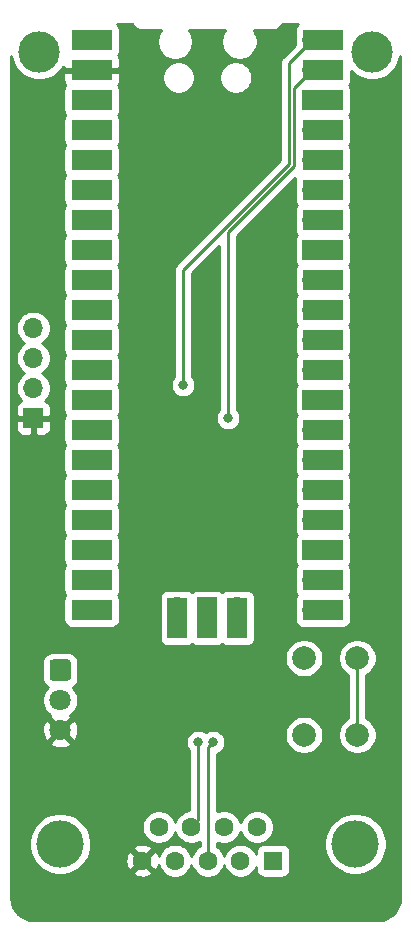
<source format=gbr>
%TF.GenerationSoftware,KiCad,Pcbnew,(5.1.10)-1*%
%TF.CreationDate,2022-01-15T14:59:42+11:00*%
%TF.ProjectId,BKM-10Rp2040 v2,424b4d2d-3130-4527-9032-303430207632,rev?*%
%TF.SameCoordinates,Original*%
%TF.FileFunction,Copper,L2,Bot*%
%TF.FilePolarity,Positive*%
%FSLAX46Y46*%
G04 Gerber Fmt 4.6, Leading zero omitted, Abs format (unit mm)*
G04 Created by KiCad (PCBNEW (5.1.10)-1) date 2022-01-15 14:59:42*
%MOMM*%
%LPD*%
G01*
G04 APERTURE LIST*
%TA.AperFunction,ComponentPad*%
%ADD10C,3.500000*%
%TD*%
%TA.AperFunction,SMDPad,CuDef*%
%ADD11O,1.700000X1.700000*%
%TD*%
%TA.AperFunction,SMDPad,CuDef*%
%ADD12R,1.700000X3.500000*%
%TD*%
%TA.AperFunction,SMDPad,CuDef*%
%ADD13R,1.700000X1.700000*%
%TD*%
%TA.AperFunction,SMDPad,CuDef*%
%ADD14R,3.500000X1.700000*%
%TD*%
%TA.AperFunction,ComponentPad*%
%ADD15O,1.700000X1.700000*%
%TD*%
%TA.AperFunction,ComponentPad*%
%ADD16R,1.700000X1.700000*%
%TD*%
%TA.AperFunction,ComponentPad*%
%ADD17C,1.800000*%
%TD*%
%TA.AperFunction,ComponentPad*%
%ADD18C,2.000000*%
%TD*%
%TA.AperFunction,ComponentPad*%
%ADD19C,4.000000*%
%TD*%
%TA.AperFunction,ComponentPad*%
%ADD20C,1.600000*%
%TD*%
%TA.AperFunction,ComponentPad*%
%ADD21R,1.600000X1.600000*%
%TD*%
%TA.AperFunction,ViaPad*%
%ADD22C,0.800000*%
%TD*%
%TA.AperFunction,Conductor*%
%ADD23C,0.250000*%
%TD*%
%TA.AperFunction,Conductor*%
%ADD24C,0.254000*%
%TD*%
%TA.AperFunction,Conductor*%
%ADD25C,0.100000*%
%TD*%
G04 APERTURE END LIST*
D10*
%TO.P,H1,1*%
%TO.N,N/C*%
X141732000Y-69342000D03*
%TD*%
%TO.P,H1,1*%
%TO.N,GND*%
X113538000Y-69342000D03*
%TD*%
D11*
%TO.P,U2,43*%
%TO.N,Net-(U2-Pad43)*%
X125222000Y-116356000D03*
D12*
X125222000Y-117256000D03*
D13*
%TO.P,U2,42*%
%TO.N,Net-(U2-Pad42)*%
X127762000Y-116356000D03*
D12*
X127762000Y-117256000D03*
D11*
%TO.P,U2,41*%
%TO.N,Net-(U2-Pad41)*%
X130302000Y-116356000D03*
D12*
X130302000Y-117256000D03*
D14*
%TO.P,U2,21*%
%TO.N,Net-(U2-Pad21)*%
X117972000Y-116586000D03*
%TO.P,U2,22*%
%TO.N,Net-(U2-Pad22)*%
X117972000Y-114046000D03*
%TO.P,U2,23*%
%TO.N,GND*%
X117972000Y-111506000D03*
%TO.P,U2,24*%
%TO.N,Net-(U2-Pad24)*%
X117972000Y-108966000D03*
%TO.P,U2,25*%
%TO.N,Net-(U2-Pad25)*%
X117972000Y-106426000D03*
%TO.P,U2,26*%
%TO.N,Net-(U2-Pad26)*%
X117972000Y-103886000D03*
%TO.P,U2,27*%
%TO.N,Net-(U2-Pad27)*%
X117972000Y-101346000D03*
%TO.P,U2,28*%
%TO.N,GND*%
X117972000Y-98806000D03*
%TO.P,U2,29*%
%TO.N,Net-(U2-Pad29)*%
X117972000Y-96266000D03*
%TO.P,U2,30*%
%TO.N,Net-(U2-Pad30)*%
X117972000Y-93726000D03*
%TO.P,U2,31*%
%TO.N,Net-(U2-Pad31)*%
X117972000Y-91186000D03*
%TO.P,U2,32*%
%TO.N,Net-(U2-Pad32)*%
X117972000Y-88646000D03*
%TO.P,U2,33*%
%TO.N,Net-(U2-Pad33)*%
X117972000Y-86106000D03*
%TO.P,U2,34*%
%TO.N,Net-(U2-Pad34)*%
X117972000Y-83566000D03*
%TO.P,U2,35*%
%TO.N,Net-(U2-Pad35)*%
X117972000Y-81026000D03*
%TO.P,U2,36*%
%TO.N,Net-(U2-Pad36)*%
X117972000Y-78486000D03*
%TO.P,U2,37*%
%TO.N,Net-(U2-Pad37)*%
X117972000Y-75946000D03*
%TO.P,U2,38*%
%TO.N,GND*%
X117972000Y-73406000D03*
%TO.P,U2,39*%
%TO.N,+5V*%
X117972000Y-70866000D03*
%TO.P,U2,40*%
%TO.N,Net-(U2-Pad40)*%
X117972000Y-68326000D03*
%TO.P,U2,20*%
%TO.N,Net-(U2-Pad20)*%
X137552000Y-116586000D03*
%TO.P,U2,19*%
%TO.N,Net-(U2-Pad19)*%
X137552000Y-114046000D03*
%TO.P,U2,18*%
%TO.N,GND*%
X137552000Y-111506000D03*
%TO.P,U2,17*%
%TO.N,Net-(U2-Pad17)*%
X137552000Y-108966000D03*
%TO.P,U2,16*%
%TO.N,Net-(U2-Pad16)*%
X137552000Y-106426000D03*
%TO.P,U2,15*%
%TO.N,Net-(U2-Pad15)*%
X137552000Y-103886000D03*
%TO.P,U2,14*%
%TO.N,Net-(U2-Pad14)*%
X137552000Y-101346000D03*
%TO.P,U2,13*%
%TO.N,GND*%
X137552000Y-98806000D03*
%TO.P,U2,12*%
%TO.N,Net-(U2-Pad12)*%
X137552000Y-96266000D03*
%TO.P,U2,11*%
%TO.N,Net-(U2-Pad11)*%
X137552000Y-93726000D03*
%TO.P,U2,10*%
%TO.N,~RE~*%
X137552000Y-91186000D03*
%TO.P,U2,9*%
%TO.N,DE*%
X137552000Y-88646000D03*
%TO.P,U2,8*%
%TO.N,GND*%
X137552000Y-86106000D03*
%TO.P,U2,7*%
%TO.N,SCL*%
X137552000Y-83566000D03*
%TO.P,U2,6*%
%TO.N,SDA*%
X137552000Y-81026000D03*
%TO.P,U2,5*%
%TO.N,IR*%
X137552000Y-78486000D03*
%TO.P,U2,4*%
%TO.N,LEARN*%
X137552000Y-75946000D03*
%TO.P,U2,3*%
%TO.N,GND*%
X137552000Y-73406000D03*
%TO.P,U2,2*%
%TO.N,RX*%
X137552000Y-70866000D03*
%TO.P,U2,1*%
%TO.N,TX*%
X137552000Y-68326000D03*
D15*
%TO.P,U2,40*%
%TO.N,Net-(U2-Pad40)*%
X118872000Y-68326000D03*
%TO.P,U2,39*%
%TO.N,+5V*%
X118872000Y-70866000D03*
D16*
%TO.P,U2,38*%
%TO.N,GND*%
X118872000Y-73406000D03*
D15*
%TO.P,U2,37*%
%TO.N,Net-(U2-Pad37)*%
X118872000Y-75946000D03*
%TO.P,U2,36*%
%TO.N,Net-(U2-Pad36)*%
X118872000Y-78486000D03*
%TO.P,U2,35*%
%TO.N,Net-(U2-Pad35)*%
X118872000Y-81026000D03*
%TO.P,U2,34*%
%TO.N,Net-(U2-Pad34)*%
X118872000Y-83566000D03*
D16*
%TO.P,U2,33*%
%TO.N,Net-(U2-Pad33)*%
X118872000Y-86106000D03*
D15*
%TO.P,U2,32*%
%TO.N,Net-(U2-Pad32)*%
X118872000Y-88646000D03*
%TO.P,U2,31*%
%TO.N,Net-(U2-Pad31)*%
X118872000Y-91186000D03*
%TO.P,U2,30*%
%TO.N,Net-(U2-Pad30)*%
X118872000Y-93726000D03*
%TO.P,U2,29*%
%TO.N,Net-(U2-Pad29)*%
X118872000Y-96266000D03*
D16*
%TO.P,U2,28*%
%TO.N,GND*%
X118872000Y-98806000D03*
D15*
%TO.P,U2,27*%
%TO.N,Net-(U2-Pad27)*%
X118872000Y-101346000D03*
%TO.P,U2,26*%
%TO.N,Net-(U2-Pad26)*%
X118872000Y-103886000D03*
%TO.P,U2,25*%
%TO.N,Net-(U2-Pad25)*%
X118872000Y-106426000D03*
%TO.P,U2,24*%
%TO.N,Net-(U2-Pad24)*%
X118872000Y-108966000D03*
D16*
%TO.P,U2,23*%
%TO.N,GND*%
X118872000Y-111506000D03*
D15*
%TO.P,U2,22*%
%TO.N,Net-(U2-Pad22)*%
X118872000Y-114046000D03*
%TO.P,U2,21*%
%TO.N,Net-(U2-Pad21)*%
X118872000Y-116586000D03*
%TO.P,U2,20*%
%TO.N,Net-(U2-Pad20)*%
X136652000Y-116586000D03*
%TO.P,U2,19*%
%TO.N,Net-(U2-Pad19)*%
X136652000Y-114046000D03*
D16*
%TO.P,U2,18*%
%TO.N,GND*%
X136652000Y-111506000D03*
D15*
%TO.P,U2,17*%
%TO.N,Net-(U2-Pad17)*%
X136652000Y-108966000D03*
%TO.P,U2,16*%
%TO.N,Net-(U2-Pad16)*%
X136652000Y-106426000D03*
%TO.P,U2,15*%
%TO.N,Net-(U2-Pad15)*%
X136652000Y-103886000D03*
%TO.P,U2,14*%
%TO.N,Net-(U2-Pad14)*%
X136652000Y-101346000D03*
D16*
%TO.P,U2,13*%
%TO.N,GND*%
X136652000Y-98806000D03*
D15*
%TO.P,U2,12*%
%TO.N,Net-(U2-Pad12)*%
X136652000Y-96266000D03*
%TO.P,U2,11*%
%TO.N,Net-(U2-Pad11)*%
X136652000Y-93726000D03*
%TO.P,U2,10*%
%TO.N,~RE~*%
X136652000Y-91186000D03*
%TO.P,U2,9*%
%TO.N,DE*%
X136652000Y-88646000D03*
D16*
%TO.P,U2,8*%
%TO.N,GND*%
X136652000Y-86106000D03*
D15*
%TO.P,U2,7*%
%TO.N,SCL*%
X136652000Y-83566000D03*
%TO.P,U2,6*%
%TO.N,SDA*%
X136652000Y-81026000D03*
%TO.P,U2,5*%
%TO.N,IR*%
X136652000Y-78486000D03*
%TO.P,U2,4*%
%TO.N,LEARN*%
X136652000Y-75946000D03*
D16*
%TO.P,U2,3*%
%TO.N,GND*%
X136652000Y-73406000D03*
D15*
%TO.P,U2,2*%
%TO.N,RX*%
X136652000Y-70866000D03*
%TO.P,U2,1*%
%TO.N,TX*%
X136652000Y-68326000D03*
%TD*%
%TO.P,J2,4*%
%TO.N,SDA*%
X113030000Y-92710000D03*
%TO.P,J2,3*%
%TO.N,SCL*%
X113030000Y-95250000D03*
%TO.P,J2,2*%
%TO.N,GND*%
X113030000Y-97790000D03*
D16*
%TO.P,J2,1*%
%TO.N,+5V*%
X113030000Y-100330000D03*
%TD*%
D17*
%TO.P,U3,3*%
%TO.N,+5V*%
X115316000Y-126746000D03*
%TO.P,U3,2*%
%TO.N,GND*%
X115316000Y-124206000D03*
%TO.P,U3,1*%
%TO.N,IR*%
%TA.AperFunction,ComponentPad*%
G36*
G01*
X114666200Y-120766000D02*
X115965800Y-120766000D01*
G75*
G02*
X116216000Y-121016200I0J-250200D01*
G01*
X116216000Y-122315800D01*
G75*
G02*
X115965800Y-122566000I-250200J0D01*
G01*
X114666200Y-122566000D01*
G75*
G02*
X114416000Y-122315800I0J250200D01*
G01*
X114416000Y-121016200D01*
G75*
G02*
X114666200Y-120766000I250200J0D01*
G01*
G37*
%TD.AperFunction*%
%TD*%
D18*
%TO.P,SW1,1*%
%TO.N,LEARN*%
X140462000Y-127150000D03*
%TO.P,SW1,2*%
%TO.N,GND*%
X135962000Y-127150000D03*
%TO.P,SW1,1*%
%TO.N,LEARN*%
X140462000Y-120650000D03*
%TO.P,SW1,2*%
%TO.N,GND*%
X135962000Y-120650000D03*
%TD*%
D19*
%TO.P,J1,0*%
%TO.N,GND*%
X140310000Y-136375000D03*
X115310000Y-136375000D03*
D20*
%TO.P,J1,9*%
%TO.N,N/C*%
X123655000Y-134955000D03*
%TO.P,J1,8*%
%TO.N,RXD-*%
X126425000Y-134955000D03*
%TO.P,J1,7*%
%TO.N,TXD+*%
X129195000Y-134955000D03*
%TO.P,J1,6*%
%TO.N,N/C*%
X131965000Y-134955000D03*
%TO.P,J1,5*%
%TO.N,+5V*%
X122270000Y-137795000D03*
%TO.P,J1,4*%
%TO.N,N/C*%
X125040000Y-137795000D03*
%TO.P,J1,3*%
%TO.N,RXD+*%
X127810000Y-137795000D03*
%TO.P,J1,2*%
%TO.N,TXD-*%
X130580000Y-137795000D03*
D21*
%TO.P,J1,1*%
%TO.N,GND*%
X133350000Y-137795000D03*
%TD*%
D22*
%TO.N,+5V*%
X132334000Y-124968000D03*
%TO.N,RXD-*%
X127000000Y-127762000D03*
%TO.N,RXD+*%
X128270000Y-127762000D03*
%TO.N,TX*%
X125730000Y-97536000D03*
%TO.N,RX*%
X129540000Y-100330000D03*
%TD*%
D23*
%TO.N,RXD-*%
X127000000Y-134380000D02*
X126425000Y-134955000D01*
X127000000Y-127762000D02*
X127000000Y-134380000D01*
%TO.N,RXD+*%
X127870001Y-137734999D02*
X127810000Y-137795000D01*
X127870001Y-128161999D02*
X127870001Y-137734999D01*
X128270000Y-127762000D02*
X127870001Y-128161999D01*
%TO.N,LEARN*%
X140462000Y-120650000D02*
X140462000Y-127150000D01*
%TO.N,TX*%
X134677990Y-70300010D02*
X136652000Y-68326000D01*
X134677990Y-78807600D02*
X134677990Y-70300010D01*
X125730000Y-87755590D02*
X134677990Y-78807600D01*
X125730000Y-97536000D02*
X125730000Y-87755590D01*
%TO.N,RX*%
X129540000Y-100330000D02*
X129540000Y-84582000D01*
X129540000Y-84582000D02*
X135128000Y-78994000D01*
X135128000Y-72390000D02*
X136652000Y-70866000D01*
X135128000Y-78994000D02*
X135128000Y-72390000D01*
%TD*%
D24*
%TO.N,+5V*%
X121665842Y-67262578D02*
X121687289Y-67288711D01*
X121791593Y-67374312D01*
X121910594Y-67437919D01*
X122039717Y-67477088D01*
X122140353Y-67487000D01*
X122140370Y-67487000D01*
X122173999Y-67490312D01*
X122207628Y-67487000D01*
X123838337Y-67487000D01*
X123676701Y-67728905D01*
X123560989Y-68008257D01*
X123502000Y-68304816D01*
X123502000Y-68607184D01*
X123560989Y-68903743D01*
X123676701Y-69183095D01*
X123844688Y-69434505D01*
X124058495Y-69648312D01*
X124309905Y-69816299D01*
X124589257Y-69932011D01*
X124885816Y-69991000D01*
X125188184Y-69991000D01*
X125484743Y-69932011D01*
X125764095Y-69816299D01*
X126015505Y-69648312D01*
X126229312Y-69434505D01*
X126397299Y-69183095D01*
X126513011Y-68903743D01*
X126572000Y-68607184D01*
X126572000Y-68304816D01*
X126513011Y-68008257D01*
X126397299Y-67728905D01*
X126235663Y-67487000D01*
X129288337Y-67487000D01*
X129126701Y-67728905D01*
X129010989Y-68008257D01*
X128952000Y-68304816D01*
X128952000Y-68607184D01*
X129010989Y-68903743D01*
X129126701Y-69183095D01*
X129294688Y-69434505D01*
X129508495Y-69648312D01*
X129759905Y-69816299D01*
X130039257Y-69932011D01*
X130335816Y-69991000D01*
X130638184Y-69991000D01*
X130934743Y-69932011D01*
X131214095Y-69816299D01*
X131465505Y-69648312D01*
X131679312Y-69434505D01*
X131847299Y-69183095D01*
X131963011Y-68903743D01*
X132022000Y-68607184D01*
X132022000Y-68304816D01*
X131963011Y-68008257D01*
X131847299Y-67728905D01*
X131685663Y-67487000D01*
X133316361Y-67487000D01*
X133350000Y-67490313D01*
X133383639Y-67487000D01*
X133383647Y-67487000D01*
X133484283Y-67477088D01*
X133613406Y-67437919D01*
X133732407Y-67374312D01*
X133836711Y-67288711D01*
X133858158Y-67262578D01*
X134141736Y-66979000D01*
X135406641Y-66979000D01*
X135350815Y-67024815D01*
X135271463Y-67121506D01*
X135212498Y-67231820D01*
X135176188Y-67351518D01*
X135163928Y-67476000D01*
X135163928Y-68739270D01*
X134166988Y-69736211D01*
X134137990Y-69760009D01*
X134114192Y-69789007D01*
X134114191Y-69789008D01*
X134043016Y-69875734D01*
X133972444Y-70007764D01*
X133969946Y-70016000D01*
X133939310Y-70116998D01*
X133928988Y-70151025D01*
X133914314Y-70300010D01*
X133917991Y-70337342D01*
X133917990Y-78492798D01*
X125218998Y-87191791D01*
X125190000Y-87215589D01*
X125166202Y-87244587D01*
X125166201Y-87244588D01*
X125095026Y-87331314D01*
X125024454Y-87463344D01*
X124999533Y-87545502D01*
X124980998Y-87606604D01*
X124971861Y-87699368D01*
X124966324Y-87755590D01*
X124970001Y-87792922D01*
X124970000Y-96832289D01*
X124926063Y-96876226D01*
X124812795Y-97045744D01*
X124734774Y-97234102D01*
X124695000Y-97434061D01*
X124695000Y-97637939D01*
X124734774Y-97837898D01*
X124812795Y-98026256D01*
X124926063Y-98195774D01*
X125070226Y-98339937D01*
X125239744Y-98453205D01*
X125428102Y-98531226D01*
X125628061Y-98571000D01*
X125831939Y-98571000D01*
X126031898Y-98531226D01*
X126220256Y-98453205D01*
X126389774Y-98339937D01*
X126533937Y-98195774D01*
X126647205Y-98026256D01*
X126725226Y-97837898D01*
X126765000Y-97637939D01*
X126765000Y-97434061D01*
X126725226Y-97234102D01*
X126647205Y-97045744D01*
X126533937Y-96876226D01*
X126490000Y-96832289D01*
X126490000Y-88070391D01*
X128780001Y-85780390D01*
X128780000Y-99626289D01*
X128736063Y-99670226D01*
X128622795Y-99839744D01*
X128544774Y-100028102D01*
X128505000Y-100228061D01*
X128505000Y-100431939D01*
X128544774Y-100631898D01*
X128622795Y-100820256D01*
X128736063Y-100989774D01*
X128880226Y-101133937D01*
X129049744Y-101247205D01*
X129238102Y-101325226D01*
X129438061Y-101365000D01*
X129641939Y-101365000D01*
X129841898Y-101325226D01*
X130030256Y-101247205D01*
X130199774Y-101133937D01*
X130343937Y-100989774D01*
X130457205Y-100820256D01*
X130535226Y-100631898D01*
X130575000Y-100431939D01*
X130575000Y-100228061D01*
X130535226Y-100028102D01*
X130457205Y-99839744D01*
X130343937Y-99670226D01*
X130300000Y-99626289D01*
X130300000Y-84896801D01*
X135189644Y-80007159D01*
X135176188Y-80051518D01*
X135163928Y-80176000D01*
X135163928Y-81876000D01*
X135176188Y-82000482D01*
X135212498Y-82120180D01*
X135271463Y-82230494D01*
X135325222Y-82296000D01*
X135271463Y-82361506D01*
X135212498Y-82471820D01*
X135176188Y-82591518D01*
X135163928Y-82716000D01*
X135163928Y-84416000D01*
X135176188Y-84540482D01*
X135212498Y-84660180D01*
X135271463Y-84770494D01*
X135325222Y-84836000D01*
X135271463Y-84901506D01*
X135212498Y-85011820D01*
X135176188Y-85131518D01*
X135163928Y-85256000D01*
X135163928Y-86956000D01*
X135176188Y-87080482D01*
X135212498Y-87200180D01*
X135271463Y-87310494D01*
X135325222Y-87376000D01*
X135271463Y-87441506D01*
X135212498Y-87551820D01*
X135176188Y-87671518D01*
X135163928Y-87796000D01*
X135163928Y-89496000D01*
X135176188Y-89620482D01*
X135212498Y-89740180D01*
X135271463Y-89850494D01*
X135325222Y-89916000D01*
X135271463Y-89981506D01*
X135212498Y-90091820D01*
X135176188Y-90211518D01*
X135163928Y-90336000D01*
X135163928Y-92036000D01*
X135176188Y-92160482D01*
X135212498Y-92280180D01*
X135271463Y-92390494D01*
X135325222Y-92456000D01*
X135271463Y-92521506D01*
X135212498Y-92631820D01*
X135176188Y-92751518D01*
X135163928Y-92876000D01*
X135163928Y-94576000D01*
X135176188Y-94700482D01*
X135212498Y-94820180D01*
X135271463Y-94930494D01*
X135325222Y-94996000D01*
X135271463Y-95061506D01*
X135212498Y-95171820D01*
X135176188Y-95291518D01*
X135163928Y-95416000D01*
X135163928Y-97116000D01*
X135176188Y-97240482D01*
X135212498Y-97360180D01*
X135271463Y-97470494D01*
X135325222Y-97536000D01*
X135271463Y-97601506D01*
X135212498Y-97711820D01*
X135176188Y-97831518D01*
X135163928Y-97956000D01*
X135163928Y-99656000D01*
X135176188Y-99780482D01*
X135212498Y-99900180D01*
X135271463Y-100010494D01*
X135325222Y-100076000D01*
X135271463Y-100141506D01*
X135212498Y-100251820D01*
X135176188Y-100371518D01*
X135163928Y-100496000D01*
X135163928Y-102196000D01*
X135176188Y-102320482D01*
X135212498Y-102440180D01*
X135271463Y-102550494D01*
X135325222Y-102616000D01*
X135271463Y-102681506D01*
X135212498Y-102791820D01*
X135176188Y-102911518D01*
X135163928Y-103036000D01*
X135163928Y-104736000D01*
X135176188Y-104860482D01*
X135212498Y-104980180D01*
X135271463Y-105090494D01*
X135325222Y-105156000D01*
X135271463Y-105221506D01*
X135212498Y-105331820D01*
X135176188Y-105451518D01*
X135163928Y-105576000D01*
X135163928Y-107276000D01*
X135176188Y-107400482D01*
X135212498Y-107520180D01*
X135271463Y-107630494D01*
X135325222Y-107696000D01*
X135271463Y-107761506D01*
X135212498Y-107871820D01*
X135176188Y-107991518D01*
X135163928Y-108116000D01*
X135163928Y-109816000D01*
X135176188Y-109940482D01*
X135212498Y-110060180D01*
X135271463Y-110170494D01*
X135325222Y-110236000D01*
X135271463Y-110301506D01*
X135212498Y-110411820D01*
X135176188Y-110531518D01*
X135163928Y-110656000D01*
X135163928Y-112356000D01*
X135176188Y-112480482D01*
X135212498Y-112600180D01*
X135271463Y-112710494D01*
X135325222Y-112776000D01*
X135271463Y-112841506D01*
X135212498Y-112951820D01*
X135176188Y-113071518D01*
X135163928Y-113196000D01*
X135163928Y-114896000D01*
X135176188Y-115020482D01*
X135212498Y-115140180D01*
X135271463Y-115250494D01*
X135325222Y-115316000D01*
X135271463Y-115381506D01*
X135212498Y-115491820D01*
X135176188Y-115611518D01*
X135163928Y-115736000D01*
X135163928Y-117436000D01*
X135176188Y-117560482D01*
X135212498Y-117680180D01*
X135271463Y-117790494D01*
X135350815Y-117887185D01*
X135447506Y-117966537D01*
X135557820Y-118025502D01*
X135677518Y-118061812D01*
X135802000Y-118074072D01*
X139302000Y-118074072D01*
X139426482Y-118061812D01*
X139546180Y-118025502D01*
X139656494Y-117966537D01*
X139753185Y-117887185D01*
X139832537Y-117790494D01*
X139891502Y-117680180D01*
X139927812Y-117560482D01*
X139940072Y-117436000D01*
X139940072Y-115736000D01*
X139927812Y-115611518D01*
X139891502Y-115491820D01*
X139832537Y-115381506D01*
X139778778Y-115316000D01*
X139832537Y-115250494D01*
X139891502Y-115140180D01*
X139927812Y-115020482D01*
X139940072Y-114896000D01*
X139940072Y-113196000D01*
X139927812Y-113071518D01*
X139891502Y-112951820D01*
X139832537Y-112841506D01*
X139778778Y-112776000D01*
X139832537Y-112710494D01*
X139891502Y-112600180D01*
X139927812Y-112480482D01*
X139940072Y-112356000D01*
X139940072Y-110656000D01*
X139927812Y-110531518D01*
X139891502Y-110411820D01*
X139832537Y-110301506D01*
X139778778Y-110236000D01*
X139832537Y-110170494D01*
X139891502Y-110060180D01*
X139927812Y-109940482D01*
X139940072Y-109816000D01*
X139940072Y-108116000D01*
X139927812Y-107991518D01*
X139891502Y-107871820D01*
X139832537Y-107761506D01*
X139778778Y-107696000D01*
X139832537Y-107630494D01*
X139891502Y-107520180D01*
X139927812Y-107400482D01*
X139940072Y-107276000D01*
X139940072Y-105576000D01*
X139927812Y-105451518D01*
X139891502Y-105331820D01*
X139832537Y-105221506D01*
X139778778Y-105156000D01*
X139832537Y-105090494D01*
X139891502Y-104980180D01*
X139927812Y-104860482D01*
X139940072Y-104736000D01*
X139940072Y-103036000D01*
X139927812Y-102911518D01*
X139891502Y-102791820D01*
X139832537Y-102681506D01*
X139778778Y-102616000D01*
X139832537Y-102550494D01*
X139891502Y-102440180D01*
X139927812Y-102320482D01*
X139940072Y-102196000D01*
X139940072Y-100496000D01*
X139927812Y-100371518D01*
X139891502Y-100251820D01*
X139832537Y-100141506D01*
X139778778Y-100076000D01*
X139832537Y-100010494D01*
X139891502Y-99900180D01*
X139927812Y-99780482D01*
X139940072Y-99656000D01*
X139940072Y-97956000D01*
X139927812Y-97831518D01*
X139891502Y-97711820D01*
X139832537Y-97601506D01*
X139778778Y-97536000D01*
X139832537Y-97470494D01*
X139891502Y-97360180D01*
X139927812Y-97240482D01*
X139940072Y-97116000D01*
X139940072Y-95416000D01*
X139927812Y-95291518D01*
X139891502Y-95171820D01*
X139832537Y-95061506D01*
X139778778Y-94996000D01*
X139832537Y-94930494D01*
X139891502Y-94820180D01*
X139927812Y-94700482D01*
X139940072Y-94576000D01*
X139940072Y-92876000D01*
X139927812Y-92751518D01*
X139891502Y-92631820D01*
X139832537Y-92521506D01*
X139778778Y-92456000D01*
X139832537Y-92390494D01*
X139891502Y-92280180D01*
X139927812Y-92160482D01*
X139940072Y-92036000D01*
X139940072Y-90336000D01*
X139927812Y-90211518D01*
X139891502Y-90091820D01*
X139832537Y-89981506D01*
X139778778Y-89916000D01*
X139832537Y-89850494D01*
X139891502Y-89740180D01*
X139927812Y-89620482D01*
X139940072Y-89496000D01*
X139940072Y-87796000D01*
X139927812Y-87671518D01*
X139891502Y-87551820D01*
X139832537Y-87441506D01*
X139778778Y-87376000D01*
X139832537Y-87310494D01*
X139891502Y-87200180D01*
X139927812Y-87080482D01*
X139940072Y-86956000D01*
X139940072Y-85256000D01*
X139927812Y-85131518D01*
X139891502Y-85011820D01*
X139832537Y-84901506D01*
X139778778Y-84836000D01*
X139832537Y-84770494D01*
X139891502Y-84660180D01*
X139927812Y-84540482D01*
X139940072Y-84416000D01*
X139940072Y-82716000D01*
X139927812Y-82591518D01*
X139891502Y-82471820D01*
X139832537Y-82361506D01*
X139778778Y-82296000D01*
X139832537Y-82230494D01*
X139891502Y-82120180D01*
X139927812Y-82000482D01*
X139940072Y-81876000D01*
X139940072Y-80176000D01*
X139927812Y-80051518D01*
X139891502Y-79931820D01*
X139832537Y-79821506D01*
X139778778Y-79756000D01*
X139832537Y-79690494D01*
X139891502Y-79580180D01*
X139927812Y-79460482D01*
X139940072Y-79336000D01*
X139940072Y-77636000D01*
X139927812Y-77511518D01*
X139891502Y-77391820D01*
X139832537Y-77281506D01*
X139778778Y-77216000D01*
X139832537Y-77150494D01*
X139891502Y-77040180D01*
X139927812Y-76920482D01*
X139940072Y-76796000D01*
X139940072Y-75096000D01*
X139927812Y-74971518D01*
X139891502Y-74851820D01*
X139832537Y-74741506D01*
X139778778Y-74676000D01*
X139832537Y-74610494D01*
X139891502Y-74500180D01*
X139927812Y-74380482D01*
X139940072Y-74256000D01*
X139940072Y-72556000D01*
X139927812Y-72431518D01*
X139891502Y-72311820D01*
X139832537Y-72201506D01*
X139778778Y-72136000D01*
X139832537Y-72070494D01*
X139891502Y-71960180D01*
X139927812Y-71840482D01*
X139940072Y-71716000D01*
X139940072Y-70922971D01*
X140211651Y-71194550D01*
X140602279Y-71455560D01*
X141036321Y-71635346D01*
X141497098Y-71727000D01*
X141966902Y-71727000D01*
X142427679Y-71635346D01*
X142861721Y-71455560D01*
X143252349Y-71194550D01*
X143584550Y-70862349D01*
X143845560Y-70471721D01*
X144025346Y-70037679D01*
X144095000Y-69687504D01*
X144095001Y-140936485D01*
X144056449Y-141329667D01*
X143951996Y-141675635D01*
X143782333Y-141994724D01*
X143553924Y-142274781D01*
X143275466Y-142505141D01*
X142957570Y-142677027D01*
X142612340Y-142783894D01*
X142221238Y-142825000D01*
X113063505Y-142825000D01*
X112670333Y-142786449D01*
X112324365Y-142681996D01*
X112005276Y-142512333D01*
X111725219Y-142283924D01*
X111494859Y-142005466D01*
X111322973Y-141687570D01*
X111216106Y-141342340D01*
X111175000Y-140951238D01*
X111175000Y-136115475D01*
X112675000Y-136115475D01*
X112675000Y-136634525D01*
X112776261Y-137143601D01*
X112974893Y-137623141D01*
X113263262Y-138054715D01*
X113630285Y-138421738D01*
X114061859Y-138710107D01*
X114541399Y-138908739D01*
X115050475Y-139010000D01*
X115569525Y-139010000D01*
X116078601Y-138908739D01*
X116370810Y-138787702D01*
X121456903Y-138787702D01*
X121528486Y-139031671D01*
X121783996Y-139152571D01*
X122058184Y-139221300D01*
X122340512Y-139235217D01*
X122620130Y-139193787D01*
X122886292Y-139098603D01*
X123011514Y-139031671D01*
X123083097Y-138787702D01*
X122270000Y-137974605D01*
X121456903Y-138787702D01*
X116370810Y-138787702D01*
X116558141Y-138710107D01*
X116989715Y-138421738D01*
X117356738Y-138054715D01*
X117483159Y-137865512D01*
X120829783Y-137865512D01*
X120871213Y-138145130D01*
X120966397Y-138411292D01*
X121033329Y-138536514D01*
X121277298Y-138608097D01*
X122090395Y-137795000D01*
X121277298Y-136981903D01*
X121033329Y-137053486D01*
X120912429Y-137308996D01*
X120843700Y-137583184D01*
X120829783Y-137865512D01*
X117483159Y-137865512D01*
X117645107Y-137623141D01*
X117843739Y-137143601D01*
X117911628Y-136802298D01*
X121456903Y-136802298D01*
X122270000Y-137615395D01*
X123083097Y-136802298D01*
X123011514Y-136558329D01*
X122756004Y-136437429D01*
X122481816Y-136368700D01*
X122199488Y-136354783D01*
X121919870Y-136396213D01*
X121653708Y-136491397D01*
X121528486Y-136558329D01*
X121456903Y-136802298D01*
X117911628Y-136802298D01*
X117945000Y-136634525D01*
X117945000Y-136115475D01*
X117843739Y-135606399D01*
X117645107Y-135126859D01*
X117435838Y-134813665D01*
X122220000Y-134813665D01*
X122220000Y-135096335D01*
X122275147Y-135373574D01*
X122383320Y-135634727D01*
X122540363Y-135869759D01*
X122740241Y-136069637D01*
X122975273Y-136226680D01*
X123236426Y-136334853D01*
X123513665Y-136390000D01*
X123796335Y-136390000D01*
X124073574Y-136334853D01*
X124334727Y-136226680D01*
X124569759Y-136069637D01*
X124769637Y-135869759D01*
X124926680Y-135634727D01*
X125034853Y-135373574D01*
X125040000Y-135347699D01*
X125045147Y-135373574D01*
X125153320Y-135634727D01*
X125310363Y-135869759D01*
X125510241Y-136069637D01*
X125745273Y-136226680D01*
X126006426Y-136334853D01*
X126283665Y-136390000D01*
X126566335Y-136390000D01*
X126843574Y-136334853D01*
X127104727Y-136226680D01*
X127110002Y-136223155D01*
X127110002Y-136536865D01*
X126895241Y-136680363D01*
X126695363Y-136880241D01*
X126538320Y-137115273D01*
X126430147Y-137376426D01*
X126425000Y-137402301D01*
X126419853Y-137376426D01*
X126311680Y-137115273D01*
X126154637Y-136880241D01*
X125954759Y-136680363D01*
X125719727Y-136523320D01*
X125458574Y-136415147D01*
X125181335Y-136360000D01*
X124898665Y-136360000D01*
X124621426Y-136415147D01*
X124360273Y-136523320D01*
X124125241Y-136680363D01*
X123925363Y-136880241D01*
X123768320Y-137115273D01*
X123660147Y-137376426D01*
X123654487Y-137404882D01*
X123573603Y-137178708D01*
X123506671Y-137053486D01*
X123262702Y-136981903D01*
X122449605Y-137795000D01*
X123262702Y-138608097D01*
X123506671Y-138536514D01*
X123627571Y-138281004D01*
X123653212Y-138178711D01*
X123660147Y-138213574D01*
X123768320Y-138474727D01*
X123925363Y-138709759D01*
X124125241Y-138909637D01*
X124360273Y-139066680D01*
X124621426Y-139174853D01*
X124898665Y-139230000D01*
X125181335Y-139230000D01*
X125458574Y-139174853D01*
X125719727Y-139066680D01*
X125954759Y-138909637D01*
X126154637Y-138709759D01*
X126311680Y-138474727D01*
X126419853Y-138213574D01*
X126425000Y-138187699D01*
X126430147Y-138213574D01*
X126538320Y-138474727D01*
X126695363Y-138709759D01*
X126895241Y-138909637D01*
X127130273Y-139066680D01*
X127391426Y-139174853D01*
X127668665Y-139230000D01*
X127951335Y-139230000D01*
X128228574Y-139174853D01*
X128489727Y-139066680D01*
X128724759Y-138909637D01*
X128924637Y-138709759D01*
X129081680Y-138474727D01*
X129189853Y-138213574D01*
X129195000Y-138187699D01*
X129200147Y-138213574D01*
X129308320Y-138474727D01*
X129465363Y-138709759D01*
X129665241Y-138909637D01*
X129900273Y-139066680D01*
X130161426Y-139174853D01*
X130438665Y-139230000D01*
X130721335Y-139230000D01*
X130998574Y-139174853D01*
X131259727Y-139066680D01*
X131494759Y-138909637D01*
X131694637Y-138709759D01*
X131851680Y-138474727D01*
X131911928Y-138329275D01*
X131911928Y-138595000D01*
X131924188Y-138719482D01*
X131960498Y-138839180D01*
X132019463Y-138949494D01*
X132098815Y-139046185D01*
X132195506Y-139125537D01*
X132305820Y-139184502D01*
X132425518Y-139220812D01*
X132550000Y-139233072D01*
X134150000Y-139233072D01*
X134274482Y-139220812D01*
X134394180Y-139184502D01*
X134504494Y-139125537D01*
X134601185Y-139046185D01*
X134680537Y-138949494D01*
X134739502Y-138839180D01*
X134775812Y-138719482D01*
X134788072Y-138595000D01*
X134788072Y-136995000D01*
X134775812Y-136870518D01*
X134739502Y-136750820D01*
X134680537Y-136640506D01*
X134601185Y-136543815D01*
X134504494Y-136464463D01*
X134394180Y-136405498D01*
X134274482Y-136369188D01*
X134150000Y-136356928D01*
X132550000Y-136356928D01*
X132425518Y-136369188D01*
X132305820Y-136405498D01*
X132195506Y-136464463D01*
X132098815Y-136543815D01*
X132019463Y-136640506D01*
X131960498Y-136750820D01*
X131924188Y-136870518D01*
X131911928Y-136995000D01*
X131911928Y-137260725D01*
X131851680Y-137115273D01*
X131694637Y-136880241D01*
X131494759Y-136680363D01*
X131259727Y-136523320D01*
X130998574Y-136415147D01*
X130721335Y-136360000D01*
X130438665Y-136360000D01*
X130161426Y-136415147D01*
X129900273Y-136523320D01*
X129665241Y-136680363D01*
X129465363Y-136880241D01*
X129308320Y-137115273D01*
X129200147Y-137376426D01*
X129195000Y-137402301D01*
X129189853Y-137376426D01*
X129081680Y-137115273D01*
X128924637Y-136880241D01*
X128724759Y-136680363D01*
X128630001Y-136617048D01*
X128630001Y-136274202D01*
X128776426Y-136334853D01*
X129053665Y-136390000D01*
X129336335Y-136390000D01*
X129613574Y-136334853D01*
X129874727Y-136226680D01*
X130109759Y-136069637D01*
X130309637Y-135869759D01*
X130466680Y-135634727D01*
X130574853Y-135373574D01*
X130580000Y-135347699D01*
X130585147Y-135373574D01*
X130693320Y-135634727D01*
X130850363Y-135869759D01*
X131050241Y-136069637D01*
X131285273Y-136226680D01*
X131546426Y-136334853D01*
X131823665Y-136390000D01*
X132106335Y-136390000D01*
X132383574Y-136334853D01*
X132644727Y-136226680D01*
X132811157Y-136115475D01*
X137675000Y-136115475D01*
X137675000Y-136634525D01*
X137776261Y-137143601D01*
X137974893Y-137623141D01*
X138263262Y-138054715D01*
X138630285Y-138421738D01*
X139061859Y-138710107D01*
X139541399Y-138908739D01*
X140050475Y-139010000D01*
X140569525Y-139010000D01*
X141078601Y-138908739D01*
X141558141Y-138710107D01*
X141989715Y-138421738D01*
X142356738Y-138054715D01*
X142645107Y-137623141D01*
X142843739Y-137143601D01*
X142945000Y-136634525D01*
X142945000Y-136115475D01*
X142843739Y-135606399D01*
X142645107Y-135126859D01*
X142356738Y-134695285D01*
X141989715Y-134328262D01*
X141558141Y-134039893D01*
X141078601Y-133841261D01*
X140569525Y-133740000D01*
X140050475Y-133740000D01*
X139541399Y-133841261D01*
X139061859Y-134039893D01*
X138630285Y-134328262D01*
X138263262Y-134695285D01*
X137974893Y-135126859D01*
X137776261Y-135606399D01*
X137675000Y-136115475D01*
X132811157Y-136115475D01*
X132879759Y-136069637D01*
X133079637Y-135869759D01*
X133236680Y-135634727D01*
X133344853Y-135373574D01*
X133400000Y-135096335D01*
X133400000Y-134813665D01*
X133344853Y-134536426D01*
X133236680Y-134275273D01*
X133079637Y-134040241D01*
X132879759Y-133840363D01*
X132644727Y-133683320D01*
X132383574Y-133575147D01*
X132106335Y-133520000D01*
X131823665Y-133520000D01*
X131546426Y-133575147D01*
X131285273Y-133683320D01*
X131050241Y-133840363D01*
X130850363Y-134040241D01*
X130693320Y-134275273D01*
X130585147Y-134536426D01*
X130580000Y-134562301D01*
X130574853Y-134536426D01*
X130466680Y-134275273D01*
X130309637Y-134040241D01*
X130109759Y-133840363D01*
X129874727Y-133683320D01*
X129613574Y-133575147D01*
X129336335Y-133520000D01*
X129053665Y-133520000D01*
X128776426Y-133575147D01*
X128630001Y-133635798D01*
X128630001Y-128733159D01*
X128760256Y-128679205D01*
X128929774Y-128565937D01*
X129073937Y-128421774D01*
X129187205Y-128252256D01*
X129265226Y-128063898D01*
X129305000Y-127863939D01*
X129305000Y-127660061D01*
X129265226Y-127460102D01*
X129187205Y-127271744D01*
X129073937Y-127102226D01*
X128960678Y-126988967D01*
X134327000Y-126988967D01*
X134327000Y-127311033D01*
X134389832Y-127626912D01*
X134513082Y-127924463D01*
X134692013Y-128192252D01*
X134919748Y-128419987D01*
X135187537Y-128598918D01*
X135485088Y-128722168D01*
X135800967Y-128785000D01*
X136123033Y-128785000D01*
X136438912Y-128722168D01*
X136736463Y-128598918D01*
X137004252Y-128419987D01*
X137231987Y-128192252D01*
X137410918Y-127924463D01*
X137534168Y-127626912D01*
X137597000Y-127311033D01*
X137597000Y-126988967D01*
X137534168Y-126673088D01*
X137410918Y-126375537D01*
X137231987Y-126107748D01*
X137004252Y-125880013D01*
X136736463Y-125701082D01*
X136438912Y-125577832D01*
X136123033Y-125515000D01*
X135800967Y-125515000D01*
X135485088Y-125577832D01*
X135187537Y-125701082D01*
X134919748Y-125880013D01*
X134692013Y-126107748D01*
X134513082Y-126375537D01*
X134389832Y-126673088D01*
X134327000Y-126988967D01*
X128960678Y-126988967D01*
X128929774Y-126958063D01*
X128760256Y-126844795D01*
X128571898Y-126766774D01*
X128371939Y-126727000D01*
X128168061Y-126727000D01*
X127968102Y-126766774D01*
X127779744Y-126844795D01*
X127635000Y-126941510D01*
X127490256Y-126844795D01*
X127301898Y-126766774D01*
X127101939Y-126727000D01*
X126898061Y-126727000D01*
X126698102Y-126766774D01*
X126509744Y-126844795D01*
X126340226Y-126958063D01*
X126196063Y-127102226D01*
X126082795Y-127271744D01*
X126004774Y-127460102D01*
X125965000Y-127660061D01*
X125965000Y-127863939D01*
X126004774Y-128063898D01*
X126082795Y-128252256D01*
X126196063Y-128421774D01*
X126240000Y-128465711D01*
X126240001Y-133528685D01*
X126006426Y-133575147D01*
X125745273Y-133683320D01*
X125510241Y-133840363D01*
X125310363Y-134040241D01*
X125153320Y-134275273D01*
X125045147Y-134536426D01*
X125040000Y-134562301D01*
X125034853Y-134536426D01*
X124926680Y-134275273D01*
X124769637Y-134040241D01*
X124569759Y-133840363D01*
X124334727Y-133683320D01*
X124073574Y-133575147D01*
X123796335Y-133520000D01*
X123513665Y-133520000D01*
X123236426Y-133575147D01*
X122975273Y-133683320D01*
X122740241Y-133840363D01*
X122540363Y-134040241D01*
X122383320Y-134275273D01*
X122275147Y-134536426D01*
X122220000Y-134813665D01*
X117435838Y-134813665D01*
X117356738Y-134695285D01*
X116989715Y-134328262D01*
X116558141Y-134039893D01*
X116078601Y-133841261D01*
X115569525Y-133740000D01*
X115050475Y-133740000D01*
X114541399Y-133841261D01*
X114061859Y-134039893D01*
X113630285Y-134328262D01*
X113263262Y-134695285D01*
X112974893Y-135126859D01*
X112776261Y-135606399D01*
X112675000Y-136115475D01*
X111175000Y-136115475D01*
X111175000Y-127810080D01*
X114431525Y-127810080D01*
X114515208Y-128064261D01*
X114787775Y-128195158D01*
X115080642Y-128270365D01*
X115382553Y-128286991D01*
X115681907Y-128244397D01*
X115967199Y-128144222D01*
X116116792Y-128064261D01*
X116200475Y-127810080D01*
X115316000Y-126925605D01*
X114431525Y-127810080D01*
X111175000Y-127810080D01*
X111175000Y-126812553D01*
X113775009Y-126812553D01*
X113817603Y-127111907D01*
X113917778Y-127397199D01*
X113997739Y-127546792D01*
X114251920Y-127630475D01*
X115136395Y-126746000D01*
X115495605Y-126746000D01*
X116380080Y-127630475D01*
X116634261Y-127546792D01*
X116765158Y-127274225D01*
X116840365Y-126981358D01*
X116856991Y-126679447D01*
X116814397Y-126380093D01*
X116714222Y-126094801D01*
X116634261Y-125945208D01*
X116380080Y-125861525D01*
X115495605Y-126746000D01*
X115136395Y-126746000D01*
X114251920Y-125861525D01*
X113997739Y-125945208D01*
X113866842Y-126217775D01*
X113791635Y-126510642D01*
X113775009Y-126812553D01*
X111175000Y-126812553D01*
X111175000Y-121016200D01*
X113777928Y-121016200D01*
X113777928Y-122315800D01*
X113794996Y-122489093D01*
X113845544Y-122655727D01*
X113927629Y-122809297D01*
X114038097Y-122943903D01*
X114172703Y-123054371D01*
X114253581Y-123097602D01*
X114123688Y-123227495D01*
X113955701Y-123478905D01*
X113839989Y-123758257D01*
X113781000Y-124054816D01*
X113781000Y-124357184D01*
X113839989Y-124653743D01*
X113955701Y-124933095D01*
X114123688Y-125184505D01*
X114337495Y-125398312D01*
X114491105Y-125500951D01*
X114431525Y-125681920D01*
X115316000Y-126566395D01*
X116200475Y-125681920D01*
X116140895Y-125500951D01*
X116294505Y-125398312D01*
X116508312Y-125184505D01*
X116676299Y-124933095D01*
X116792011Y-124653743D01*
X116851000Y-124357184D01*
X116851000Y-124054816D01*
X116792011Y-123758257D01*
X116676299Y-123478905D01*
X116508312Y-123227495D01*
X116378419Y-123097602D01*
X116459297Y-123054371D01*
X116593903Y-122943903D01*
X116704371Y-122809297D01*
X116786456Y-122655727D01*
X116837004Y-122489093D01*
X116854072Y-122315800D01*
X116854072Y-121016200D01*
X116837004Y-120842907D01*
X116786456Y-120676273D01*
X116704371Y-120522703D01*
X116676685Y-120488967D01*
X134327000Y-120488967D01*
X134327000Y-120811033D01*
X134389832Y-121126912D01*
X134513082Y-121424463D01*
X134692013Y-121692252D01*
X134919748Y-121919987D01*
X135187537Y-122098918D01*
X135485088Y-122222168D01*
X135800967Y-122285000D01*
X136123033Y-122285000D01*
X136438912Y-122222168D01*
X136736463Y-122098918D01*
X137004252Y-121919987D01*
X137231987Y-121692252D01*
X137410918Y-121424463D01*
X137534168Y-121126912D01*
X137597000Y-120811033D01*
X137597000Y-120488967D01*
X138827000Y-120488967D01*
X138827000Y-120811033D01*
X138889832Y-121126912D01*
X139013082Y-121424463D01*
X139192013Y-121692252D01*
X139419748Y-121919987D01*
X139687537Y-122098918D01*
X139702000Y-122104909D01*
X139702001Y-125695091D01*
X139687537Y-125701082D01*
X139419748Y-125880013D01*
X139192013Y-126107748D01*
X139013082Y-126375537D01*
X138889832Y-126673088D01*
X138827000Y-126988967D01*
X138827000Y-127311033D01*
X138889832Y-127626912D01*
X139013082Y-127924463D01*
X139192013Y-128192252D01*
X139419748Y-128419987D01*
X139687537Y-128598918D01*
X139985088Y-128722168D01*
X140300967Y-128785000D01*
X140623033Y-128785000D01*
X140938912Y-128722168D01*
X141236463Y-128598918D01*
X141504252Y-128419987D01*
X141731987Y-128192252D01*
X141910918Y-127924463D01*
X142034168Y-127626912D01*
X142097000Y-127311033D01*
X142097000Y-126988967D01*
X142034168Y-126673088D01*
X141910918Y-126375537D01*
X141731987Y-126107748D01*
X141504252Y-125880013D01*
X141236463Y-125701082D01*
X141222000Y-125695091D01*
X141222000Y-122104909D01*
X141236463Y-122098918D01*
X141504252Y-121919987D01*
X141731987Y-121692252D01*
X141910918Y-121424463D01*
X142034168Y-121126912D01*
X142097000Y-120811033D01*
X142097000Y-120488967D01*
X142034168Y-120173088D01*
X141910918Y-119875537D01*
X141731987Y-119607748D01*
X141504252Y-119380013D01*
X141236463Y-119201082D01*
X140938912Y-119077832D01*
X140623033Y-119015000D01*
X140300967Y-119015000D01*
X139985088Y-119077832D01*
X139687537Y-119201082D01*
X139419748Y-119380013D01*
X139192013Y-119607748D01*
X139013082Y-119875537D01*
X138889832Y-120173088D01*
X138827000Y-120488967D01*
X137597000Y-120488967D01*
X137534168Y-120173088D01*
X137410918Y-119875537D01*
X137231987Y-119607748D01*
X137004252Y-119380013D01*
X136736463Y-119201082D01*
X136438912Y-119077832D01*
X136123033Y-119015000D01*
X135800967Y-119015000D01*
X135485088Y-119077832D01*
X135187537Y-119201082D01*
X134919748Y-119380013D01*
X134692013Y-119607748D01*
X134513082Y-119875537D01*
X134389832Y-120173088D01*
X134327000Y-120488967D01*
X116676685Y-120488967D01*
X116593903Y-120388097D01*
X116459297Y-120277629D01*
X116305727Y-120195544D01*
X116139093Y-120144996D01*
X115965800Y-120127928D01*
X114666200Y-120127928D01*
X114492907Y-120144996D01*
X114326273Y-120195544D01*
X114172703Y-120277629D01*
X114038097Y-120388097D01*
X113927629Y-120522703D01*
X113845544Y-120676273D01*
X113794996Y-120842907D01*
X113777928Y-121016200D01*
X111175000Y-121016200D01*
X111175000Y-101180000D01*
X111541928Y-101180000D01*
X111554188Y-101304482D01*
X111590498Y-101424180D01*
X111649463Y-101534494D01*
X111728815Y-101631185D01*
X111825506Y-101710537D01*
X111935820Y-101769502D01*
X112055518Y-101805812D01*
X112180000Y-101818072D01*
X112744250Y-101815000D01*
X112903000Y-101656250D01*
X112903000Y-100457000D01*
X113157000Y-100457000D01*
X113157000Y-101656250D01*
X113315750Y-101815000D01*
X113880000Y-101818072D01*
X114004482Y-101805812D01*
X114124180Y-101769502D01*
X114234494Y-101710537D01*
X114331185Y-101631185D01*
X114410537Y-101534494D01*
X114469502Y-101424180D01*
X114505812Y-101304482D01*
X114518072Y-101180000D01*
X114515000Y-100615750D01*
X114356250Y-100457000D01*
X113157000Y-100457000D01*
X112903000Y-100457000D01*
X111703750Y-100457000D01*
X111545000Y-100615750D01*
X111541928Y-101180000D01*
X111175000Y-101180000D01*
X111175000Y-99480000D01*
X111541928Y-99480000D01*
X111545000Y-100044250D01*
X111703750Y-100203000D01*
X112903000Y-100203000D01*
X112903000Y-100183000D01*
X113157000Y-100183000D01*
X113157000Y-100203000D01*
X114356250Y-100203000D01*
X114515000Y-100044250D01*
X114518072Y-99480000D01*
X114505812Y-99355518D01*
X114469502Y-99235820D01*
X114410537Y-99125506D01*
X114331185Y-99028815D01*
X114234494Y-98949463D01*
X114124180Y-98890498D01*
X114051620Y-98868487D01*
X114183475Y-98736632D01*
X114345990Y-98493411D01*
X114457932Y-98223158D01*
X114515000Y-97936260D01*
X114515000Y-97643740D01*
X114457932Y-97356842D01*
X114345990Y-97086589D01*
X114183475Y-96843368D01*
X113976632Y-96636525D01*
X113802240Y-96520000D01*
X113976632Y-96403475D01*
X114183475Y-96196632D01*
X114345990Y-95953411D01*
X114457932Y-95683158D01*
X114515000Y-95396260D01*
X114515000Y-95103740D01*
X114457932Y-94816842D01*
X114345990Y-94546589D01*
X114183475Y-94303368D01*
X113976632Y-94096525D01*
X113802240Y-93980000D01*
X113976632Y-93863475D01*
X114183475Y-93656632D01*
X114345990Y-93413411D01*
X114457932Y-93143158D01*
X114515000Y-92856260D01*
X114515000Y-92563740D01*
X114457932Y-92276842D01*
X114345990Y-92006589D01*
X114183475Y-91763368D01*
X113976632Y-91556525D01*
X113733411Y-91394010D01*
X113463158Y-91282068D01*
X113176260Y-91225000D01*
X112883740Y-91225000D01*
X112596842Y-91282068D01*
X112326589Y-91394010D01*
X112083368Y-91556525D01*
X111876525Y-91763368D01*
X111714010Y-92006589D01*
X111602068Y-92276842D01*
X111545000Y-92563740D01*
X111545000Y-92856260D01*
X111602068Y-93143158D01*
X111714010Y-93413411D01*
X111876525Y-93656632D01*
X112083368Y-93863475D01*
X112257760Y-93980000D01*
X112083368Y-94096525D01*
X111876525Y-94303368D01*
X111714010Y-94546589D01*
X111602068Y-94816842D01*
X111545000Y-95103740D01*
X111545000Y-95396260D01*
X111602068Y-95683158D01*
X111714010Y-95953411D01*
X111876525Y-96196632D01*
X112083368Y-96403475D01*
X112257760Y-96520000D01*
X112083368Y-96636525D01*
X111876525Y-96843368D01*
X111714010Y-97086589D01*
X111602068Y-97356842D01*
X111545000Y-97643740D01*
X111545000Y-97936260D01*
X111602068Y-98223158D01*
X111714010Y-98493411D01*
X111876525Y-98736632D01*
X112008380Y-98868487D01*
X111935820Y-98890498D01*
X111825506Y-98949463D01*
X111728815Y-99028815D01*
X111649463Y-99125506D01*
X111590498Y-99235820D01*
X111554188Y-99355518D01*
X111541928Y-99480000D01*
X111175000Y-99480000D01*
X111175000Y-69687504D01*
X111244654Y-70037679D01*
X111424440Y-70471721D01*
X111685450Y-70862349D01*
X112017651Y-71194550D01*
X112408279Y-71455560D01*
X112842321Y-71635346D01*
X113303098Y-71727000D01*
X113772902Y-71727000D01*
X113828202Y-71716000D01*
X115583928Y-71716000D01*
X115596188Y-71840482D01*
X115632498Y-71960180D01*
X115691463Y-72070494D01*
X115745222Y-72136000D01*
X115691463Y-72201506D01*
X115632498Y-72311820D01*
X115596188Y-72431518D01*
X115583928Y-72556000D01*
X115583928Y-74256000D01*
X115596188Y-74380482D01*
X115632498Y-74500180D01*
X115691463Y-74610494D01*
X115745222Y-74676000D01*
X115691463Y-74741506D01*
X115632498Y-74851820D01*
X115596188Y-74971518D01*
X115583928Y-75096000D01*
X115583928Y-76796000D01*
X115596188Y-76920482D01*
X115632498Y-77040180D01*
X115691463Y-77150494D01*
X115745222Y-77216000D01*
X115691463Y-77281506D01*
X115632498Y-77391820D01*
X115596188Y-77511518D01*
X115583928Y-77636000D01*
X115583928Y-79336000D01*
X115596188Y-79460482D01*
X115632498Y-79580180D01*
X115691463Y-79690494D01*
X115745222Y-79756000D01*
X115691463Y-79821506D01*
X115632498Y-79931820D01*
X115596188Y-80051518D01*
X115583928Y-80176000D01*
X115583928Y-81876000D01*
X115596188Y-82000482D01*
X115632498Y-82120180D01*
X115691463Y-82230494D01*
X115745222Y-82296000D01*
X115691463Y-82361506D01*
X115632498Y-82471820D01*
X115596188Y-82591518D01*
X115583928Y-82716000D01*
X115583928Y-84416000D01*
X115596188Y-84540482D01*
X115632498Y-84660180D01*
X115691463Y-84770494D01*
X115745222Y-84836000D01*
X115691463Y-84901506D01*
X115632498Y-85011820D01*
X115596188Y-85131518D01*
X115583928Y-85256000D01*
X115583928Y-86956000D01*
X115596188Y-87080482D01*
X115632498Y-87200180D01*
X115691463Y-87310494D01*
X115745222Y-87376000D01*
X115691463Y-87441506D01*
X115632498Y-87551820D01*
X115596188Y-87671518D01*
X115583928Y-87796000D01*
X115583928Y-89496000D01*
X115596188Y-89620482D01*
X115632498Y-89740180D01*
X115691463Y-89850494D01*
X115745222Y-89916000D01*
X115691463Y-89981506D01*
X115632498Y-90091820D01*
X115596188Y-90211518D01*
X115583928Y-90336000D01*
X115583928Y-92036000D01*
X115596188Y-92160482D01*
X115632498Y-92280180D01*
X115691463Y-92390494D01*
X115745222Y-92456000D01*
X115691463Y-92521506D01*
X115632498Y-92631820D01*
X115596188Y-92751518D01*
X115583928Y-92876000D01*
X115583928Y-94576000D01*
X115596188Y-94700482D01*
X115632498Y-94820180D01*
X115691463Y-94930494D01*
X115745222Y-94996000D01*
X115691463Y-95061506D01*
X115632498Y-95171820D01*
X115596188Y-95291518D01*
X115583928Y-95416000D01*
X115583928Y-97116000D01*
X115596188Y-97240482D01*
X115632498Y-97360180D01*
X115691463Y-97470494D01*
X115745222Y-97536000D01*
X115691463Y-97601506D01*
X115632498Y-97711820D01*
X115596188Y-97831518D01*
X115583928Y-97956000D01*
X115583928Y-99656000D01*
X115596188Y-99780482D01*
X115632498Y-99900180D01*
X115691463Y-100010494D01*
X115745222Y-100076000D01*
X115691463Y-100141506D01*
X115632498Y-100251820D01*
X115596188Y-100371518D01*
X115583928Y-100496000D01*
X115583928Y-102196000D01*
X115596188Y-102320482D01*
X115632498Y-102440180D01*
X115691463Y-102550494D01*
X115745222Y-102616000D01*
X115691463Y-102681506D01*
X115632498Y-102791820D01*
X115596188Y-102911518D01*
X115583928Y-103036000D01*
X115583928Y-104736000D01*
X115596188Y-104860482D01*
X115632498Y-104980180D01*
X115691463Y-105090494D01*
X115745222Y-105156000D01*
X115691463Y-105221506D01*
X115632498Y-105331820D01*
X115596188Y-105451518D01*
X115583928Y-105576000D01*
X115583928Y-107276000D01*
X115596188Y-107400482D01*
X115632498Y-107520180D01*
X115691463Y-107630494D01*
X115745222Y-107696000D01*
X115691463Y-107761506D01*
X115632498Y-107871820D01*
X115596188Y-107991518D01*
X115583928Y-108116000D01*
X115583928Y-109816000D01*
X115596188Y-109940482D01*
X115632498Y-110060180D01*
X115691463Y-110170494D01*
X115745222Y-110236000D01*
X115691463Y-110301506D01*
X115632498Y-110411820D01*
X115596188Y-110531518D01*
X115583928Y-110656000D01*
X115583928Y-112356000D01*
X115596188Y-112480482D01*
X115632498Y-112600180D01*
X115691463Y-112710494D01*
X115745222Y-112776000D01*
X115691463Y-112841506D01*
X115632498Y-112951820D01*
X115596188Y-113071518D01*
X115583928Y-113196000D01*
X115583928Y-114896000D01*
X115596188Y-115020482D01*
X115632498Y-115140180D01*
X115691463Y-115250494D01*
X115745222Y-115316000D01*
X115691463Y-115381506D01*
X115632498Y-115491820D01*
X115596188Y-115611518D01*
X115583928Y-115736000D01*
X115583928Y-117436000D01*
X115596188Y-117560482D01*
X115632498Y-117680180D01*
X115691463Y-117790494D01*
X115770815Y-117887185D01*
X115867506Y-117966537D01*
X115977820Y-118025502D01*
X116097518Y-118061812D01*
X116222000Y-118074072D01*
X119722000Y-118074072D01*
X119846482Y-118061812D01*
X119966180Y-118025502D01*
X120076494Y-117966537D01*
X120173185Y-117887185D01*
X120252537Y-117790494D01*
X120311502Y-117680180D01*
X120347812Y-117560482D01*
X120360072Y-117436000D01*
X120360072Y-115736000D01*
X120347812Y-115611518D01*
X120315804Y-115506000D01*
X123733928Y-115506000D01*
X123733928Y-119006000D01*
X123746188Y-119130482D01*
X123782498Y-119250180D01*
X123841463Y-119360494D01*
X123920815Y-119457185D01*
X124017506Y-119536537D01*
X124127820Y-119595502D01*
X124247518Y-119631812D01*
X124372000Y-119644072D01*
X126072000Y-119644072D01*
X126196482Y-119631812D01*
X126316180Y-119595502D01*
X126426494Y-119536537D01*
X126492000Y-119482778D01*
X126557506Y-119536537D01*
X126667820Y-119595502D01*
X126787518Y-119631812D01*
X126912000Y-119644072D01*
X128612000Y-119644072D01*
X128736482Y-119631812D01*
X128856180Y-119595502D01*
X128966494Y-119536537D01*
X129032000Y-119482778D01*
X129097506Y-119536537D01*
X129207820Y-119595502D01*
X129327518Y-119631812D01*
X129452000Y-119644072D01*
X131152000Y-119644072D01*
X131276482Y-119631812D01*
X131396180Y-119595502D01*
X131506494Y-119536537D01*
X131603185Y-119457185D01*
X131682537Y-119360494D01*
X131741502Y-119250180D01*
X131777812Y-119130482D01*
X131790072Y-119006000D01*
X131790072Y-115506000D01*
X131777812Y-115381518D01*
X131741502Y-115261820D01*
X131682537Y-115151506D01*
X131603185Y-115054815D01*
X131506494Y-114975463D01*
X131396180Y-114916498D01*
X131276482Y-114880188D01*
X131152000Y-114867928D01*
X129452000Y-114867928D01*
X129327518Y-114880188D01*
X129207820Y-114916498D01*
X129097506Y-114975463D01*
X129032000Y-115029222D01*
X128966494Y-114975463D01*
X128856180Y-114916498D01*
X128736482Y-114880188D01*
X128612000Y-114867928D01*
X126912000Y-114867928D01*
X126787518Y-114880188D01*
X126667820Y-114916498D01*
X126557506Y-114975463D01*
X126492000Y-115029222D01*
X126426494Y-114975463D01*
X126316180Y-114916498D01*
X126196482Y-114880188D01*
X126072000Y-114867928D01*
X124372000Y-114867928D01*
X124247518Y-114880188D01*
X124127820Y-114916498D01*
X124017506Y-114975463D01*
X123920815Y-115054815D01*
X123841463Y-115151506D01*
X123782498Y-115261820D01*
X123746188Y-115381518D01*
X123733928Y-115506000D01*
X120315804Y-115506000D01*
X120311502Y-115491820D01*
X120252537Y-115381506D01*
X120198778Y-115316000D01*
X120252537Y-115250494D01*
X120311502Y-115140180D01*
X120347812Y-115020482D01*
X120360072Y-114896000D01*
X120360072Y-113196000D01*
X120347812Y-113071518D01*
X120311502Y-112951820D01*
X120252537Y-112841506D01*
X120198778Y-112776000D01*
X120252537Y-112710494D01*
X120311502Y-112600180D01*
X120347812Y-112480482D01*
X120360072Y-112356000D01*
X120360072Y-110656000D01*
X120347812Y-110531518D01*
X120311502Y-110411820D01*
X120252537Y-110301506D01*
X120198778Y-110236000D01*
X120252537Y-110170494D01*
X120311502Y-110060180D01*
X120347812Y-109940482D01*
X120360072Y-109816000D01*
X120360072Y-108116000D01*
X120347812Y-107991518D01*
X120311502Y-107871820D01*
X120252537Y-107761506D01*
X120198778Y-107696000D01*
X120252537Y-107630494D01*
X120311502Y-107520180D01*
X120347812Y-107400482D01*
X120360072Y-107276000D01*
X120360072Y-105576000D01*
X120347812Y-105451518D01*
X120311502Y-105331820D01*
X120252537Y-105221506D01*
X120198778Y-105156000D01*
X120252537Y-105090494D01*
X120311502Y-104980180D01*
X120347812Y-104860482D01*
X120360072Y-104736000D01*
X120360072Y-103036000D01*
X120347812Y-102911518D01*
X120311502Y-102791820D01*
X120252537Y-102681506D01*
X120198778Y-102616000D01*
X120252537Y-102550494D01*
X120311502Y-102440180D01*
X120347812Y-102320482D01*
X120360072Y-102196000D01*
X120360072Y-100496000D01*
X120347812Y-100371518D01*
X120311502Y-100251820D01*
X120252537Y-100141506D01*
X120198778Y-100076000D01*
X120252537Y-100010494D01*
X120311502Y-99900180D01*
X120347812Y-99780482D01*
X120360072Y-99656000D01*
X120360072Y-97956000D01*
X120347812Y-97831518D01*
X120311502Y-97711820D01*
X120252537Y-97601506D01*
X120198778Y-97536000D01*
X120252537Y-97470494D01*
X120311502Y-97360180D01*
X120347812Y-97240482D01*
X120360072Y-97116000D01*
X120360072Y-95416000D01*
X120347812Y-95291518D01*
X120311502Y-95171820D01*
X120252537Y-95061506D01*
X120198778Y-94996000D01*
X120252537Y-94930494D01*
X120311502Y-94820180D01*
X120347812Y-94700482D01*
X120360072Y-94576000D01*
X120360072Y-92876000D01*
X120347812Y-92751518D01*
X120311502Y-92631820D01*
X120252537Y-92521506D01*
X120198778Y-92456000D01*
X120252537Y-92390494D01*
X120311502Y-92280180D01*
X120347812Y-92160482D01*
X120360072Y-92036000D01*
X120360072Y-90336000D01*
X120347812Y-90211518D01*
X120311502Y-90091820D01*
X120252537Y-89981506D01*
X120198778Y-89916000D01*
X120252537Y-89850494D01*
X120311502Y-89740180D01*
X120347812Y-89620482D01*
X120360072Y-89496000D01*
X120360072Y-87796000D01*
X120347812Y-87671518D01*
X120311502Y-87551820D01*
X120252537Y-87441506D01*
X120198778Y-87376000D01*
X120252537Y-87310494D01*
X120311502Y-87200180D01*
X120347812Y-87080482D01*
X120360072Y-86956000D01*
X120360072Y-85256000D01*
X120347812Y-85131518D01*
X120311502Y-85011820D01*
X120252537Y-84901506D01*
X120198778Y-84836000D01*
X120252537Y-84770494D01*
X120311502Y-84660180D01*
X120347812Y-84540482D01*
X120360072Y-84416000D01*
X120360072Y-82716000D01*
X120347812Y-82591518D01*
X120311502Y-82471820D01*
X120252537Y-82361506D01*
X120198778Y-82296000D01*
X120252537Y-82230494D01*
X120311502Y-82120180D01*
X120347812Y-82000482D01*
X120360072Y-81876000D01*
X120360072Y-80176000D01*
X120347812Y-80051518D01*
X120311502Y-79931820D01*
X120252537Y-79821506D01*
X120198778Y-79756000D01*
X120252537Y-79690494D01*
X120311502Y-79580180D01*
X120347812Y-79460482D01*
X120360072Y-79336000D01*
X120360072Y-77636000D01*
X120347812Y-77511518D01*
X120311502Y-77391820D01*
X120252537Y-77281506D01*
X120198778Y-77216000D01*
X120252537Y-77150494D01*
X120311502Y-77040180D01*
X120347812Y-76920482D01*
X120360072Y-76796000D01*
X120360072Y-75096000D01*
X120347812Y-74971518D01*
X120311502Y-74851820D01*
X120252537Y-74741506D01*
X120198778Y-74676000D01*
X120252537Y-74610494D01*
X120311502Y-74500180D01*
X120347812Y-74380482D01*
X120360072Y-74256000D01*
X120360072Y-72556000D01*
X120347812Y-72431518D01*
X120311502Y-72311820D01*
X120252537Y-72201506D01*
X120198778Y-72136000D01*
X120252537Y-72070494D01*
X120311502Y-71960180D01*
X120347812Y-71840482D01*
X120360072Y-71716000D01*
X120358078Y-71349589D01*
X123952000Y-71349589D01*
X123952000Y-71622411D01*
X124005225Y-71889989D01*
X124109629Y-72142043D01*
X124261201Y-72368886D01*
X124454114Y-72561799D01*
X124680957Y-72713371D01*
X124933011Y-72817775D01*
X125200589Y-72871000D01*
X125473411Y-72871000D01*
X125740989Y-72817775D01*
X125993043Y-72713371D01*
X126219886Y-72561799D01*
X126412799Y-72368886D01*
X126564371Y-72142043D01*
X126668775Y-71889989D01*
X126722000Y-71622411D01*
X126722000Y-71349589D01*
X128802000Y-71349589D01*
X128802000Y-71622411D01*
X128855225Y-71889989D01*
X128959629Y-72142043D01*
X129111201Y-72368886D01*
X129304114Y-72561799D01*
X129530957Y-72713371D01*
X129783011Y-72817775D01*
X130050589Y-72871000D01*
X130323411Y-72871000D01*
X130590989Y-72817775D01*
X130843043Y-72713371D01*
X131069886Y-72561799D01*
X131262799Y-72368886D01*
X131414371Y-72142043D01*
X131518775Y-71889989D01*
X131572000Y-71622411D01*
X131572000Y-71349589D01*
X131518775Y-71082011D01*
X131414371Y-70829957D01*
X131262799Y-70603114D01*
X131069886Y-70410201D01*
X130843043Y-70258629D01*
X130590989Y-70154225D01*
X130323411Y-70101000D01*
X130050589Y-70101000D01*
X129783011Y-70154225D01*
X129530957Y-70258629D01*
X129304114Y-70410201D01*
X129111201Y-70603114D01*
X128959629Y-70829957D01*
X128855225Y-71082011D01*
X128802000Y-71349589D01*
X126722000Y-71349589D01*
X126668775Y-71082011D01*
X126564371Y-70829957D01*
X126412799Y-70603114D01*
X126219886Y-70410201D01*
X125993043Y-70258629D01*
X125740989Y-70154225D01*
X125473411Y-70101000D01*
X125200589Y-70101000D01*
X124933011Y-70154225D01*
X124680957Y-70258629D01*
X124454114Y-70410201D01*
X124261201Y-70603114D01*
X124109629Y-70829957D01*
X124005225Y-71082011D01*
X123952000Y-71349589D01*
X120358078Y-71349589D01*
X120357000Y-71151750D01*
X120198250Y-70993000D01*
X115745750Y-70993000D01*
X115587000Y-71151750D01*
X115583928Y-71716000D01*
X113828202Y-71716000D01*
X114233679Y-71635346D01*
X114667721Y-71455560D01*
X115058349Y-71194550D01*
X115390550Y-70862349D01*
X115586936Y-70568438D01*
X115587000Y-70580250D01*
X115745750Y-70739000D01*
X120198250Y-70739000D01*
X120357000Y-70580250D01*
X120360072Y-70016000D01*
X120347812Y-69891518D01*
X120311502Y-69771820D01*
X120252537Y-69661506D01*
X120198778Y-69596000D01*
X120252537Y-69530494D01*
X120311502Y-69420180D01*
X120347812Y-69300482D01*
X120360072Y-69176000D01*
X120360072Y-67476000D01*
X120347812Y-67351518D01*
X120311502Y-67231820D01*
X120252537Y-67121506D01*
X120173185Y-67024815D01*
X120117359Y-66979000D01*
X121382264Y-66979000D01*
X121665842Y-67262578D01*
%TA.AperFunction,Conductor*%
D25*
G36*
X121665842Y-67262578D02*
G01*
X121687289Y-67288711D01*
X121791593Y-67374312D01*
X121910594Y-67437919D01*
X122039717Y-67477088D01*
X122140353Y-67487000D01*
X122140370Y-67487000D01*
X122173999Y-67490312D01*
X122207628Y-67487000D01*
X123838337Y-67487000D01*
X123676701Y-67728905D01*
X123560989Y-68008257D01*
X123502000Y-68304816D01*
X123502000Y-68607184D01*
X123560989Y-68903743D01*
X123676701Y-69183095D01*
X123844688Y-69434505D01*
X124058495Y-69648312D01*
X124309905Y-69816299D01*
X124589257Y-69932011D01*
X124885816Y-69991000D01*
X125188184Y-69991000D01*
X125484743Y-69932011D01*
X125764095Y-69816299D01*
X126015505Y-69648312D01*
X126229312Y-69434505D01*
X126397299Y-69183095D01*
X126513011Y-68903743D01*
X126572000Y-68607184D01*
X126572000Y-68304816D01*
X126513011Y-68008257D01*
X126397299Y-67728905D01*
X126235663Y-67487000D01*
X129288337Y-67487000D01*
X129126701Y-67728905D01*
X129010989Y-68008257D01*
X128952000Y-68304816D01*
X128952000Y-68607184D01*
X129010989Y-68903743D01*
X129126701Y-69183095D01*
X129294688Y-69434505D01*
X129508495Y-69648312D01*
X129759905Y-69816299D01*
X130039257Y-69932011D01*
X130335816Y-69991000D01*
X130638184Y-69991000D01*
X130934743Y-69932011D01*
X131214095Y-69816299D01*
X131465505Y-69648312D01*
X131679312Y-69434505D01*
X131847299Y-69183095D01*
X131963011Y-68903743D01*
X132022000Y-68607184D01*
X132022000Y-68304816D01*
X131963011Y-68008257D01*
X131847299Y-67728905D01*
X131685663Y-67487000D01*
X133316361Y-67487000D01*
X133350000Y-67490313D01*
X133383639Y-67487000D01*
X133383647Y-67487000D01*
X133484283Y-67477088D01*
X133613406Y-67437919D01*
X133732407Y-67374312D01*
X133836711Y-67288711D01*
X133858158Y-67262578D01*
X134141736Y-66979000D01*
X135406641Y-66979000D01*
X135350815Y-67024815D01*
X135271463Y-67121506D01*
X135212498Y-67231820D01*
X135176188Y-67351518D01*
X135163928Y-67476000D01*
X135163928Y-68739270D01*
X134166988Y-69736211D01*
X134137990Y-69760009D01*
X134114192Y-69789007D01*
X134114191Y-69789008D01*
X134043016Y-69875734D01*
X133972444Y-70007764D01*
X133969946Y-70016000D01*
X133939310Y-70116998D01*
X133928988Y-70151025D01*
X133914314Y-70300010D01*
X133917991Y-70337342D01*
X133917990Y-78492798D01*
X125218998Y-87191791D01*
X125190000Y-87215589D01*
X125166202Y-87244587D01*
X125166201Y-87244588D01*
X125095026Y-87331314D01*
X125024454Y-87463344D01*
X124999533Y-87545502D01*
X124980998Y-87606604D01*
X124971861Y-87699368D01*
X124966324Y-87755590D01*
X124970001Y-87792922D01*
X124970000Y-96832289D01*
X124926063Y-96876226D01*
X124812795Y-97045744D01*
X124734774Y-97234102D01*
X124695000Y-97434061D01*
X124695000Y-97637939D01*
X124734774Y-97837898D01*
X124812795Y-98026256D01*
X124926063Y-98195774D01*
X125070226Y-98339937D01*
X125239744Y-98453205D01*
X125428102Y-98531226D01*
X125628061Y-98571000D01*
X125831939Y-98571000D01*
X126031898Y-98531226D01*
X126220256Y-98453205D01*
X126389774Y-98339937D01*
X126533937Y-98195774D01*
X126647205Y-98026256D01*
X126725226Y-97837898D01*
X126765000Y-97637939D01*
X126765000Y-97434061D01*
X126725226Y-97234102D01*
X126647205Y-97045744D01*
X126533937Y-96876226D01*
X126490000Y-96832289D01*
X126490000Y-88070391D01*
X128780001Y-85780390D01*
X128780000Y-99626289D01*
X128736063Y-99670226D01*
X128622795Y-99839744D01*
X128544774Y-100028102D01*
X128505000Y-100228061D01*
X128505000Y-100431939D01*
X128544774Y-100631898D01*
X128622795Y-100820256D01*
X128736063Y-100989774D01*
X128880226Y-101133937D01*
X129049744Y-101247205D01*
X129238102Y-101325226D01*
X129438061Y-101365000D01*
X129641939Y-101365000D01*
X129841898Y-101325226D01*
X130030256Y-101247205D01*
X130199774Y-101133937D01*
X130343937Y-100989774D01*
X130457205Y-100820256D01*
X130535226Y-100631898D01*
X130575000Y-100431939D01*
X130575000Y-100228061D01*
X130535226Y-100028102D01*
X130457205Y-99839744D01*
X130343937Y-99670226D01*
X130300000Y-99626289D01*
X130300000Y-84896801D01*
X135189644Y-80007159D01*
X135176188Y-80051518D01*
X135163928Y-80176000D01*
X135163928Y-81876000D01*
X135176188Y-82000482D01*
X135212498Y-82120180D01*
X135271463Y-82230494D01*
X135325222Y-82296000D01*
X135271463Y-82361506D01*
X135212498Y-82471820D01*
X135176188Y-82591518D01*
X135163928Y-82716000D01*
X135163928Y-84416000D01*
X135176188Y-84540482D01*
X135212498Y-84660180D01*
X135271463Y-84770494D01*
X135325222Y-84836000D01*
X135271463Y-84901506D01*
X135212498Y-85011820D01*
X135176188Y-85131518D01*
X135163928Y-85256000D01*
X135163928Y-86956000D01*
X135176188Y-87080482D01*
X135212498Y-87200180D01*
X135271463Y-87310494D01*
X135325222Y-87376000D01*
X135271463Y-87441506D01*
X135212498Y-87551820D01*
X135176188Y-87671518D01*
X135163928Y-87796000D01*
X135163928Y-89496000D01*
X135176188Y-89620482D01*
X135212498Y-89740180D01*
X135271463Y-89850494D01*
X135325222Y-89916000D01*
X135271463Y-89981506D01*
X135212498Y-90091820D01*
X135176188Y-90211518D01*
X135163928Y-90336000D01*
X135163928Y-92036000D01*
X135176188Y-92160482D01*
X135212498Y-92280180D01*
X135271463Y-92390494D01*
X135325222Y-92456000D01*
X135271463Y-92521506D01*
X135212498Y-92631820D01*
X135176188Y-92751518D01*
X135163928Y-92876000D01*
X135163928Y-94576000D01*
X135176188Y-94700482D01*
X135212498Y-94820180D01*
X135271463Y-94930494D01*
X135325222Y-94996000D01*
X135271463Y-95061506D01*
X135212498Y-95171820D01*
X135176188Y-95291518D01*
X135163928Y-95416000D01*
X135163928Y-97116000D01*
X135176188Y-97240482D01*
X135212498Y-97360180D01*
X135271463Y-97470494D01*
X135325222Y-97536000D01*
X135271463Y-97601506D01*
X135212498Y-97711820D01*
X135176188Y-97831518D01*
X135163928Y-97956000D01*
X135163928Y-99656000D01*
X135176188Y-99780482D01*
X135212498Y-99900180D01*
X135271463Y-100010494D01*
X135325222Y-100076000D01*
X135271463Y-100141506D01*
X135212498Y-100251820D01*
X135176188Y-100371518D01*
X135163928Y-100496000D01*
X135163928Y-102196000D01*
X135176188Y-102320482D01*
X135212498Y-102440180D01*
X135271463Y-102550494D01*
X135325222Y-102616000D01*
X135271463Y-102681506D01*
X135212498Y-102791820D01*
X135176188Y-102911518D01*
X135163928Y-103036000D01*
X135163928Y-104736000D01*
X135176188Y-104860482D01*
X135212498Y-104980180D01*
X135271463Y-105090494D01*
X135325222Y-105156000D01*
X135271463Y-105221506D01*
X135212498Y-105331820D01*
X135176188Y-105451518D01*
X135163928Y-105576000D01*
X135163928Y-107276000D01*
X135176188Y-107400482D01*
X135212498Y-107520180D01*
X135271463Y-107630494D01*
X135325222Y-107696000D01*
X135271463Y-107761506D01*
X135212498Y-107871820D01*
X135176188Y-107991518D01*
X135163928Y-108116000D01*
X135163928Y-109816000D01*
X135176188Y-109940482D01*
X135212498Y-110060180D01*
X135271463Y-110170494D01*
X135325222Y-110236000D01*
X135271463Y-110301506D01*
X135212498Y-110411820D01*
X135176188Y-110531518D01*
X135163928Y-110656000D01*
X135163928Y-112356000D01*
X135176188Y-112480482D01*
X135212498Y-112600180D01*
X135271463Y-112710494D01*
X135325222Y-112776000D01*
X135271463Y-112841506D01*
X135212498Y-112951820D01*
X135176188Y-113071518D01*
X135163928Y-113196000D01*
X135163928Y-114896000D01*
X135176188Y-115020482D01*
X135212498Y-115140180D01*
X135271463Y-115250494D01*
X135325222Y-115316000D01*
X135271463Y-115381506D01*
X135212498Y-115491820D01*
X135176188Y-115611518D01*
X135163928Y-115736000D01*
X135163928Y-117436000D01*
X135176188Y-117560482D01*
X135212498Y-117680180D01*
X135271463Y-117790494D01*
X135350815Y-117887185D01*
X135447506Y-117966537D01*
X135557820Y-118025502D01*
X135677518Y-118061812D01*
X135802000Y-118074072D01*
X139302000Y-118074072D01*
X139426482Y-118061812D01*
X139546180Y-118025502D01*
X139656494Y-117966537D01*
X139753185Y-117887185D01*
X139832537Y-117790494D01*
X139891502Y-117680180D01*
X139927812Y-117560482D01*
X139940072Y-117436000D01*
X139940072Y-115736000D01*
X139927812Y-115611518D01*
X139891502Y-115491820D01*
X139832537Y-115381506D01*
X139778778Y-115316000D01*
X139832537Y-115250494D01*
X139891502Y-115140180D01*
X139927812Y-115020482D01*
X139940072Y-114896000D01*
X139940072Y-113196000D01*
X139927812Y-113071518D01*
X139891502Y-112951820D01*
X139832537Y-112841506D01*
X139778778Y-112776000D01*
X139832537Y-112710494D01*
X139891502Y-112600180D01*
X139927812Y-112480482D01*
X139940072Y-112356000D01*
X139940072Y-110656000D01*
X139927812Y-110531518D01*
X139891502Y-110411820D01*
X139832537Y-110301506D01*
X139778778Y-110236000D01*
X139832537Y-110170494D01*
X139891502Y-110060180D01*
X139927812Y-109940482D01*
X139940072Y-109816000D01*
X139940072Y-108116000D01*
X139927812Y-107991518D01*
X139891502Y-107871820D01*
X139832537Y-107761506D01*
X139778778Y-107696000D01*
X139832537Y-107630494D01*
X139891502Y-107520180D01*
X139927812Y-107400482D01*
X139940072Y-107276000D01*
X139940072Y-105576000D01*
X139927812Y-105451518D01*
X139891502Y-105331820D01*
X139832537Y-105221506D01*
X139778778Y-105156000D01*
X139832537Y-105090494D01*
X139891502Y-104980180D01*
X139927812Y-104860482D01*
X139940072Y-104736000D01*
X139940072Y-103036000D01*
X139927812Y-102911518D01*
X139891502Y-102791820D01*
X139832537Y-102681506D01*
X139778778Y-102616000D01*
X139832537Y-102550494D01*
X139891502Y-102440180D01*
X139927812Y-102320482D01*
X139940072Y-102196000D01*
X139940072Y-100496000D01*
X139927812Y-100371518D01*
X139891502Y-100251820D01*
X139832537Y-100141506D01*
X139778778Y-100076000D01*
X139832537Y-100010494D01*
X139891502Y-99900180D01*
X139927812Y-99780482D01*
X139940072Y-99656000D01*
X139940072Y-97956000D01*
X139927812Y-97831518D01*
X139891502Y-97711820D01*
X139832537Y-97601506D01*
X139778778Y-97536000D01*
X139832537Y-97470494D01*
X139891502Y-97360180D01*
X139927812Y-97240482D01*
X139940072Y-97116000D01*
X139940072Y-95416000D01*
X139927812Y-95291518D01*
X139891502Y-95171820D01*
X139832537Y-95061506D01*
X139778778Y-94996000D01*
X139832537Y-94930494D01*
X139891502Y-94820180D01*
X139927812Y-94700482D01*
X139940072Y-94576000D01*
X139940072Y-92876000D01*
X139927812Y-92751518D01*
X139891502Y-92631820D01*
X139832537Y-92521506D01*
X139778778Y-92456000D01*
X139832537Y-92390494D01*
X139891502Y-92280180D01*
X139927812Y-92160482D01*
X139940072Y-92036000D01*
X139940072Y-90336000D01*
X139927812Y-90211518D01*
X139891502Y-90091820D01*
X139832537Y-89981506D01*
X139778778Y-89916000D01*
X139832537Y-89850494D01*
X139891502Y-89740180D01*
X139927812Y-89620482D01*
X139940072Y-89496000D01*
X139940072Y-87796000D01*
X139927812Y-87671518D01*
X139891502Y-87551820D01*
X139832537Y-87441506D01*
X139778778Y-87376000D01*
X139832537Y-87310494D01*
X139891502Y-87200180D01*
X139927812Y-87080482D01*
X139940072Y-86956000D01*
X139940072Y-85256000D01*
X139927812Y-85131518D01*
X139891502Y-85011820D01*
X139832537Y-84901506D01*
X139778778Y-84836000D01*
X139832537Y-84770494D01*
X139891502Y-84660180D01*
X139927812Y-84540482D01*
X139940072Y-84416000D01*
X139940072Y-82716000D01*
X139927812Y-82591518D01*
X139891502Y-82471820D01*
X139832537Y-82361506D01*
X139778778Y-82296000D01*
X139832537Y-82230494D01*
X139891502Y-82120180D01*
X139927812Y-82000482D01*
X139940072Y-81876000D01*
X139940072Y-80176000D01*
X139927812Y-80051518D01*
X139891502Y-79931820D01*
X139832537Y-79821506D01*
X139778778Y-79756000D01*
X139832537Y-79690494D01*
X139891502Y-79580180D01*
X139927812Y-79460482D01*
X139940072Y-79336000D01*
X139940072Y-77636000D01*
X139927812Y-77511518D01*
X139891502Y-77391820D01*
X139832537Y-77281506D01*
X139778778Y-77216000D01*
X139832537Y-77150494D01*
X139891502Y-77040180D01*
X139927812Y-76920482D01*
X139940072Y-76796000D01*
X139940072Y-75096000D01*
X139927812Y-74971518D01*
X139891502Y-74851820D01*
X139832537Y-74741506D01*
X139778778Y-74676000D01*
X139832537Y-74610494D01*
X139891502Y-74500180D01*
X139927812Y-74380482D01*
X139940072Y-74256000D01*
X139940072Y-72556000D01*
X139927812Y-72431518D01*
X139891502Y-72311820D01*
X139832537Y-72201506D01*
X139778778Y-72136000D01*
X139832537Y-72070494D01*
X139891502Y-71960180D01*
X139927812Y-71840482D01*
X139940072Y-71716000D01*
X139940072Y-70922971D01*
X140211651Y-71194550D01*
X140602279Y-71455560D01*
X141036321Y-71635346D01*
X141497098Y-71727000D01*
X141966902Y-71727000D01*
X142427679Y-71635346D01*
X142861721Y-71455560D01*
X143252349Y-71194550D01*
X143584550Y-70862349D01*
X143845560Y-70471721D01*
X144025346Y-70037679D01*
X144095000Y-69687504D01*
X144095001Y-140936485D01*
X144056449Y-141329667D01*
X143951996Y-141675635D01*
X143782333Y-141994724D01*
X143553924Y-142274781D01*
X143275466Y-142505141D01*
X142957570Y-142677027D01*
X142612340Y-142783894D01*
X142221238Y-142825000D01*
X113063505Y-142825000D01*
X112670333Y-142786449D01*
X112324365Y-142681996D01*
X112005276Y-142512333D01*
X111725219Y-142283924D01*
X111494859Y-142005466D01*
X111322973Y-141687570D01*
X111216106Y-141342340D01*
X111175000Y-140951238D01*
X111175000Y-136115475D01*
X112675000Y-136115475D01*
X112675000Y-136634525D01*
X112776261Y-137143601D01*
X112974893Y-137623141D01*
X113263262Y-138054715D01*
X113630285Y-138421738D01*
X114061859Y-138710107D01*
X114541399Y-138908739D01*
X115050475Y-139010000D01*
X115569525Y-139010000D01*
X116078601Y-138908739D01*
X116370810Y-138787702D01*
X121456903Y-138787702D01*
X121528486Y-139031671D01*
X121783996Y-139152571D01*
X122058184Y-139221300D01*
X122340512Y-139235217D01*
X122620130Y-139193787D01*
X122886292Y-139098603D01*
X123011514Y-139031671D01*
X123083097Y-138787702D01*
X122270000Y-137974605D01*
X121456903Y-138787702D01*
X116370810Y-138787702D01*
X116558141Y-138710107D01*
X116989715Y-138421738D01*
X117356738Y-138054715D01*
X117483159Y-137865512D01*
X120829783Y-137865512D01*
X120871213Y-138145130D01*
X120966397Y-138411292D01*
X121033329Y-138536514D01*
X121277298Y-138608097D01*
X122090395Y-137795000D01*
X121277298Y-136981903D01*
X121033329Y-137053486D01*
X120912429Y-137308996D01*
X120843700Y-137583184D01*
X120829783Y-137865512D01*
X117483159Y-137865512D01*
X117645107Y-137623141D01*
X117843739Y-137143601D01*
X117911628Y-136802298D01*
X121456903Y-136802298D01*
X122270000Y-137615395D01*
X123083097Y-136802298D01*
X123011514Y-136558329D01*
X122756004Y-136437429D01*
X122481816Y-136368700D01*
X122199488Y-136354783D01*
X121919870Y-136396213D01*
X121653708Y-136491397D01*
X121528486Y-136558329D01*
X121456903Y-136802298D01*
X117911628Y-136802298D01*
X117945000Y-136634525D01*
X117945000Y-136115475D01*
X117843739Y-135606399D01*
X117645107Y-135126859D01*
X117435838Y-134813665D01*
X122220000Y-134813665D01*
X122220000Y-135096335D01*
X122275147Y-135373574D01*
X122383320Y-135634727D01*
X122540363Y-135869759D01*
X122740241Y-136069637D01*
X122975273Y-136226680D01*
X123236426Y-136334853D01*
X123513665Y-136390000D01*
X123796335Y-136390000D01*
X124073574Y-136334853D01*
X124334727Y-136226680D01*
X124569759Y-136069637D01*
X124769637Y-135869759D01*
X124926680Y-135634727D01*
X125034853Y-135373574D01*
X125040000Y-135347699D01*
X125045147Y-135373574D01*
X125153320Y-135634727D01*
X125310363Y-135869759D01*
X125510241Y-136069637D01*
X125745273Y-136226680D01*
X126006426Y-136334853D01*
X126283665Y-136390000D01*
X126566335Y-136390000D01*
X126843574Y-136334853D01*
X127104727Y-136226680D01*
X127110002Y-136223155D01*
X127110002Y-136536865D01*
X126895241Y-136680363D01*
X126695363Y-136880241D01*
X126538320Y-137115273D01*
X126430147Y-137376426D01*
X126425000Y-137402301D01*
X126419853Y-137376426D01*
X126311680Y-137115273D01*
X126154637Y-136880241D01*
X125954759Y-136680363D01*
X125719727Y-136523320D01*
X125458574Y-136415147D01*
X125181335Y-136360000D01*
X124898665Y-136360000D01*
X124621426Y-136415147D01*
X124360273Y-136523320D01*
X124125241Y-136680363D01*
X123925363Y-136880241D01*
X123768320Y-137115273D01*
X123660147Y-137376426D01*
X123654487Y-137404882D01*
X123573603Y-137178708D01*
X123506671Y-137053486D01*
X123262702Y-136981903D01*
X122449605Y-137795000D01*
X123262702Y-138608097D01*
X123506671Y-138536514D01*
X123627571Y-138281004D01*
X123653212Y-138178711D01*
X123660147Y-138213574D01*
X123768320Y-138474727D01*
X123925363Y-138709759D01*
X124125241Y-138909637D01*
X124360273Y-139066680D01*
X124621426Y-139174853D01*
X124898665Y-139230000D01*
X125181335Y-139230000D01*
X125458574Y-139174853D01*
X125719727Y-139066680D01*
X125954759Y-138909637D01*
X126154637Y-138709759D01*
X126311680Y-138474727D01*
X126419853Y-138213574D01*
X126425000Y-138187699D01*
X126430147Y-138213574D01*
X126538320Y-138474727D01*
X126695363Y-138709759D01*
X126895241Y-138909637D01*
X127130273Y-139066680D01*
X127391426Y-139174853D01*
X127668665Y-139230000D01*
X127951335Y-139230000D01*
X128228574Y-139174853D01*
X128489727Y-139066680D01*
X128724759Y-138909637D01*
X128924637Y-138709759D01*
X129081680Y-138474727D01*
X129189853Y-138213574D01*
X129195000Y-138187699D01*
X129200147Y-138213574D01*
X129308320Y-138474727D01*
X129465363Y-138709759D01*
X129665241Y-138909637D01*
X129900273Y-139066680D01*
X130161426Y-139174853D01*
X130438665Y-139230000D01*
X130721335Y-139230000D01*
X130998574Y-139174853D01*
X131259727Y-139066680D01*
X131494759Y-138909637D01*
X131694637Y-138709759D01*
X131851680Y-138474727D01*
X131911928Y-138329275D01*
X131911928Y-138595000D01*
X131924188Y-138719482D01*
X131960498Y-138839180D01*
X132019463Y-138949494D01*
X132098815Y-139046185D01*
X132195506Y-139125537D01*
X132305820Y-139184502D01*
X132425518Y-139220812D01*
X132550000Y-139233072D01*
X134150000Y-139233072D01*
X134274482Y-139220812D01*
X134394180Y-139184502D01*
X134504494Y-139125537D01*
X134601185Y-139046185D01*
X134680537Y-138949494D01*
X134739502Y-138839180D01*
X134775812Y-138719482D01*
X134788072Y-138595000D01*
X134788072Y-136995000D01*
X134775812Y-136870518D01*
X134739502Y-136750820D01*
X134680537Y-136640506D01*
X134601185Y-136543815D01*
X134504494Y-136464463D01*
X134394180Y-136405498D01*
X134274482Y-136369188D01*
X134150000Y-136356928D01*
X132550000Y-136356928D01*
X132425518Y-136369188D01*
X132305820Y-136405498D01*
X132195506Y-136464463D01*
X132098815Y-136543815D01*
X132019463Y-136640506D01*
X131960498Y-136750820D01*
X131924188Y-136870518D01*
X131911928Y-136995000D01*
X131911928Y-137260725D01*
X131851680Y-137115273D01*
X131694637Y-136880241D01*
X131494759Y-136680363D01*
X131259727Y-136523320D01*
X130998574Y-136415147D01*
X130721335Y-136360000D01*
X130438665Y-136360000D01*
X130161426Y-136415147D01*
X129900273Y-136523320D01*
X129665241Y-136680363D01*
X129465363Y-136880241D01*
X129308320Y-137115273D01*
X129200147Y-137376426D01*
X129195000Y-137402301D01*
X129189853Y-137376426D01*
X129081680Y-137115273D01*
X128924637Y-136880241D01*
X128724759Y-136680363D01*
X128630001Y-136617048D01*
X128630001Y-136274202D01*
X128776426Y-136334853D01*
X129053665Y-136390000D01*
X129336335Y-136390000D01*
X129613574Y-136334853D01*
X129874727Y-136226680D01*
X130109759Y-136069637D01*
X130309637Y-135869759D01*
X130466680Y-135634727D01*
X130574853Y-135373574D01*
X130580000Y-135347699D01*
X130585147Y-135373574D01*
X130693320Y-135634727D01*
X130850363Y-135869759D01*
X131050241Y-136069637D01*
X131285273Y-136226680D01*
X131546426Y-136334853D01*
X131823665Y-136390000D01*
X132106335Y-136390000D01*
X132383574Y-136334853D01*
X132644727Y-136226680D01*
X132811157Y-136115475D01*
X137675000Y-136115475D01*
X137675000Y-136634525D01*
X137776261Y-137143601D01*
X137974893Y-137623141D01*
X138263262Y-138054715D01*
X138630285Y-138421738D01*
X139061859Y-138710107D01*
X139541399Y-138908739D01*
X140050475Y-139010000D01*
X140569525Y-139010000D01*
X141078601Y-138908739D01*
X141558141Y-138710107D01*
X141989715Y-138421738D01*
X142356738Y-138054715D01*
X142645107Y-137623141D01*
X142843739Y-137143601D01*
X142945000Y-136634525D01*
X142945000Y-136115475D01*
X142843739Y-135606399D01*
X142645107Y-135126859D01*
X142356738Y-134695285D01*
X141989715Y-134328262D01*
X141558141Y-134039893D01*
X141078601Y-133841261D01*
X140569525Y-133740000D01*
X140050475Y-133740000D01*
X139541399Y-133841261D01*
X139061859Y-134039893D01*
X138630285Y-134328262D01*
X138263262Y-134695285D01*
X137974893Y-135126859D01*
X137776261Y-135606399D01*
X137675000Y-136115475D01*
X132811157Y-136115475D01*
X132879759Y-136069637D01*
X133079637Y-135869759D01*
X133236680Y-135634727D01*
X133344853Y-135373574D01*
X133400000Y-135096335D01*
X133400000Y-134813665D01*
X133344853Y-134536426D01*
X133236680Y-134275273D01*
X133079637Y-134040241D01*
X132879759Y-133840363D01*
X132644727Y-133683320D01*
X132383574Y-133575147D01*
X132106335Y-133520000D01*
X131823665Y-133520000D01*
X131546426Y-133575147D01*
X131285273Y-133683320D01*
X131050241Y-133840363D01*
X130850363Y-134040241D01*
X130693320Y-134275273D01*
X130585147Y-134536426D01*
X130580000Y-134562301D01*
X130574853Y-134536426D01*
X130466680Y-134275273D01*
X130309637Y-134040241D01*
X130109759Y-133840363D01*
X129874727Y-133683320D01*
X129613574Y-133575147D01*
X129336335Y-133520000D01*
X129053665Y-133520000D01*
X128776426Y-133575147D01*
X128630001Y-133635798D01*
X128630001Y-128733159D01*
X128760256Y-128679205D01*
X128929774Y-128565937D01*
X129073937Y-128421774D01*
X129187205Y-128252256D01*
X129265226Y-128063898D01*
X129305000Y-127863939D01*
X129305000Y-127660061D01*
X129265226Y-127460102D01*
X129187205Y-127271744D01*
X129073937Y-127102226D01*
X128960678Y-126988967D01*
X134327000Y-126988967D01*
X134327000Y-127311033D01*
X134389832Y-127626912D01*
X134513082Y-127924463D01*
X134692013Y-128192252D01*
X134919748Y-128419987D01*
X135187537Y-128598918D01*
X135485088Y-128722168D01*
X135800967Y-128785000D01*
X136123033Y-128785000D01*
X136438912Y-128722168D01*
X136736463Y-128598918D01*
X137004252Y-128419987D01*
X137231987Y-128192252D01*
X137410918Y-127924463D01*
X137534168Y-127626912D01*
X137597000Y-127311033D01*
X137597000Y-126988967D01*
X137534168Y-126673088D01*
X137410918Y-126375537D01*
X137231987Y-126107748D01*
X137004252Y-125880013D01*
X136736463Y-125701082D01*
X136438912Y-125577832D01*
X136123033Y-125515000D01*
X135800967Y-125515000D01*
X135485088Y-125577832D01*
X135187537Y-125701082D01*
X134919748Y-125880013D01*
X134692013Y-126107748D01*
X134513082Y-126375537D01*
X134389832Y-126673088D01*
X134327000Y-126988967D01*
X128960678Y-126988967D01*
X128929774Y-126958063D01*
X128760256Y-126844795D01*
X128571898Y-126766774D01*
X128371939Y-126727000D01*
X128168061Y-126727000D01*
X127968102Y-126766774D01*
X127779744Y-126844795D01*
X127635000Y-126941510D01*
X127490256Y-126844795D01*
X127301898Y-126766774D01*
X127101939Y-126727000D01*
X126898061Y-126727000D01*
X126698102Y-126766774D01*
X126509744Y-126844795D01*
X126340226Y-126958063D01*
X126196063Y-127102226D01*
X126082795Y-127271744D01*
X126004774Y-127460102D01*
X125965000Y-127660061D01*
X125965000Y-127863939D01*
X126004774Y-128063898D01*
X126082795Y-128252256D01*
X126196063Y-128421774D01*
X126240000Y-128465711D01*
X126240001Y-133528685D01*
X126006426Y-133575147D01*
X125745273Y-133683320D01*
X125510241Y-133840363D01*
X125310363Y-134040241D01*
X125153320Y-134275273D01*
X125045147Y-134536426D01*
X125040000Y-134562301D01*
X125034853Y-134536426D01*
X124926680Y-134275273D01*
X124769637Y-134040241D01*
X124569759Y-133840363D01*
X124334727Y-133683320D01*
X124073574Y-133575147D01*
X123796335Y-133520000D01*
X123513665Y-133520000D01*
X123236426Y-133575147D01*
X122975273Y-133683320D01*
X122740241Y-133840363D01*
X122540363Y-134040241D01*
X122383320Y-134275273D01*
X122275147Y-134536426D01*
X122220000Y-134813665D01*
X117435838Y-134813665D01*
X117356738Y-134695285D01*
X116989715Y-134328262D01*
X116558141Y-134039893D01*
X116078601Y-133841261D01*
X115569525Y-133740000D01*
X115050475Y-133740000D01*
X114541399Y-133841261D01*
X114061859Y-134039893D01*
X113630285Y-134328262D01*
X113263262Y-134695285D01*
X112974893Y-135126859D01*
X112776261Y-135606399D01*
X112675000Y-136115475D01*
X111175000Y-136115475D01*
X111175000Y-127810080D01*
X114431525Y-127810080D01*
X114515208Y-128064261D01*
X114787775Y-128195158D01*
X115080642Y-128270365D01*
X115382553Y-128286991D01*
X115681907Y-128244397D01*
X115967199Y-128144222D01*
X116116792Y-128064261D01*
X116200475Y-127810080D01*
X115316000Y-126925605D01*
X114431525Y-127810080D01*
X111175000Y-127810080D01*
X111175000Y-126812553D01*
X113775009Y-126812553D01*
X113817603Y-127111907D01*
X113917778Y-127397199D01*
X113997739Y-127546792D01*
X114251920Y-127630475D01*
X115136395Y-126746000D01*
X115495605Y-126746000D01*
X116380080Y-127630475D01*
X116634261Y-127546792D01*
X116765158Y-127274225D01*
X116840365Y-126981358D01*
X116856991Y-126679447D01*
X116814397Y-126380093D01*
X116714222Y-126094801D01*
X116634261Y-125945208D01*
X116380080Y-125861525D01*
X115495605Y-126746000D01*
X115136395Y-126746000D01*
X114251920Y-125861525D01*
X113997739Y-125945208D01*
X113866842Y-126217775D01*
X113791635Y-126510642D01*
X113775009Y-126812553D01*
X111175000Y-126812553D01*
X111175000Y-121016200D01*
X113777928Y-121016200D01*
X113777928Y-122315800D01*
X113794996Y-122489093D01*
X113845544Y-122655727D01*
X113927629Y-122809297D01*
X114038097Y-122943903D01*
X114172703Y-123054371D01*
X114253581Y-123097602D01*
X114123688Y-123227495D01*
X113955701Y-123478905D01*
X113839989Y-123758257D01*
X113781000Y-124054816D01*
X113781000Y-124357184D01*
X113839989Y-124653743D01*
X113955701Y-124933095D01*
X114123688Y-125184505D01*
X114337495Y-125398312D01*
X114491105Y-125500951D01*
X114431525Y-125681920D01*
X115316000Y-126566395D01*
X116200475Y-125681920D01*
X116140895Y-125500951D01*
X116294505Y-125398312D01*
X116508312Y-125184505D01*
X116676299Y-124933095D01*
X116792011Y-124653743D01*
X116851000Y-124357184D01*
X116851000Y-124054816D01*
X116792011Y-123758257D01*
X116676299Y-123478905D01*
X116508312Y-123227495D01*
X116378419Y-123097602D01*
X116459297Y-123054371D01*
X116593903Y-122943903D01*
X116704371Y-122809297D01*
X116786456Y-122655727D01*
X116837004Y-122489093D01*
X116854072Y-122315800D01*
X116854072Y-121016200D01*
X116837004Y-120842907D01*
X116786456Y-120676273D01*
X116704371Y-120522703D01*
X116676685Y-120488967D01*
X134327000Y-120488967D01*
X134327000Y-120811033D01*
X134389832Y-121126912D01*
X134513082Y-121424463D01*
X134692013Y-121692252D01*
X134919748Y-121919987D01*
X135187537Y-122098918D01*
X135485088Y-122222168D01*
X135800967Y-122285000D01*
X136123033Y-122285000D01*
X136438912Y-122222168D01*
X136736463Y-122098918D01*
X137004252Y-121919987D01*
X137231987Y-121692252D01*
X137410918Y-121424463D01*
X137534168Y-121126912D01*
X137597000Y-120811033D01*
X137597000Y-120488967D01*
X138827000Y-120488967D01*
X138827000Y-120811033D01*
X138889832Y-121126912D01*
X139013082Y-121424463D01*
X139192013Y-121692252D01*
X139419748Y-121919987D01*
X139687537Y-122098918D01*
X139702000Y-122104909D01*
X139702001Y-125695091D01*
X139687537Y-125701082D01*
X139419748Y-125880013D01*
X139192013Y-126107748D01*
X139013082Y-126375537D01*
X138889832Y-126673088D01*
X138827000Y-126988967D01*
X138827000Y-127311033D01*
X138889832Y-127626912D01*
X139013082Y-127924463D01*
X139192013Y-128192252D01*
X139419748Y-128419987D01*
X139687537Y-128598918D01*
X139985088Y-128722168D01*
X140300967Y-128785000D01*
X140623033Y-128785000D01*
X140938912Y-128722168D01*
X141236463Y-128598918D01*
X141504252Y-128419987D01*
X141731987Y-128192252D01*
X141910918Y-127924463D01*
X142034168Y-127626912D01*
X142097000Y-127311033D01*
X142097000Y-126988967D01*
X142034168Y-126673088D01*
X141910918Y-126375537D01*
X141731987Y-126107748D01*
X141504252Y-125880013D01*
X141236463Y-125701082D01*
X141222000Y-125695091D01*
X141222000Y-122104909D01*
X141236463Y-122098918D01*
X141504252Y-121919987D01*
X141731987Y-121692252D01*
X141910918Y-121424463D01*
X142034168Y-121126912D01*
X142097000Y-120811033D01*
X142097000Y-120488967D01*
X142034168Y-120173088D01*
X141910918Y-119875537D01*
X141731987Y-119607748D01*
X141504252Y-119380013D01*
X141236463Y-119201082D01*
X140938912Y-119077832D01*
X140623033Y-119015000D01*
X140300967Y-119015000D01*
X139985088Y-119077832D01*
X139687537Y-119201082D01*
X139419748Y-119380013D01*
X139192013Y-119607748D01*
X139013082Y-119875537D01*
X138889832Y-120173088D01*
X138827000Y-120488967D01*
X137597000Y-120488967D01*
X137534168Y-120173088D01*
X137410918Y-119875537D01*
X137231987Y-119607748D01*
X137004252Y-119380013D01*
X136736463Y-119201082D01*
X136438912Y-119077832D01*
X136123033Y-119015000D01*
X135800967Y-119015000D01*
X135485088Y-119077832D01*
X135187537Y-119201082D01*
X134919748Y-119380013D01*
X134692013Y-119607748D01*
X134513082Y-119875537D01*
X134389832Y-120173088D01*
X134327000Y-120488967D01*
X116676685Y-120488967D01*
X116593903Y-120388097D01*
X116459297Y-120277629D01*
X116305727Y-120195544D01*
X116139093Y-120144996D01*
X115965800Y-120127928D01*
X114666200Y-120127928D01*
X114492907Y-120144996D01*
X114326273Y-120195544D01*
X114172703Y-120277629D01*
X114038097Y-120388097D01*
X113927629Y-120522703D01*
X113845544Y-120676273D01*
X113794996Y-120842907D01*
X113777928Y-121016200D01*
X111175000Y-121016200D01*
X111175000Y-101180000D01*
X111541928Y-101180000D01*
X111554188Y-101304482D01*
X111590498Y-101424180D01*
X111649463Y-101534494D01*
X111728815Y-101631185D01*
X111825506Y-101710537D01*
X111935820Y-101769502D01*
X112055518Y-101805812D01*
X112180000Y-101818072D01*
X112744250Y-101815000D01*
X112903000Y-101656250D01*
X112903000Y-100457000D01*
X113157000Y-100457000D01*
X113157000Y-101656250D01*
X113315750Y-101815000D01*
X113880000Y-101818072D01*
X114004482Y-101805812D01*
X114124180Y-101769502D01*
X114234494Y-101710537D01*
X114331185Y-101631185D01*
X114410537Y-101534494D01*
X114469502Y-101424180D01*
X114505812Y-101304482D01*
X114518072Y-101180000D01*
X114515000Y-100615750D01*
X114356250Y-100457000D01*
X113157000Y-100457000D01*
X112903000Y-100457000D01*
X111703750Y-100457000D01*
X111545000Y-100615750D01*
X111541928Y-101180000D01*
X111175000Y-101180000D01*
X111175000Y-99480000D01*
X111541928Y-99480000D01*
X111545000Y-100044250D01*
X111703750Y-100203000D01*
X112903000Y-100203000D01*
X112903000Y-100183000D01*
X113157000Y-100183000D01*
X113157000Y-100203000D01*
X114356250Y-100203000D01*
X114515000Y-100044250D01*
X114518072Y-99480000D01*
X114505812Y-99355518D01*
X114469502Y-99235820D01*
X114410537Y-99125506D01*
X114331185Y-99028815D01*
X114234494Y-98949463D01*
X114124180Y-98890498D01*
X114051620Y-98868487D01*
X114183475Y-98736632D01*
X114345990Y-98493411D01*
X114457932Y-98223158D01*
X114515000Y-97936260D01*
X114515000Y-97643740D01*
X114457932Y-97356842D01*
X114345990Y-97086589D01*
X114183475Y-96843368D01*
X113976632Y-96636525D01*
X113802240Y-96520000D01*
X113976632Y-96403475D01*
X114183475Y-96196632D01*
X114345990Y-95953411D01*
X114457932Y-95683158D01*
X114515000Y-95396260D01*
X114515000Y-95103740D01*
X114457932Y-94816842D01*
X114345990Y-94546589D01*
X114183475Y-94303368D01*
X113976632Y-94096525D01*
X113802240Y-93980000D01*
X113976632Y-93863475D01*
X114183475Y-93656632D01*
X114345990Y-93413411D01*
X114457932Y-93143158D01*
X114515000Y-92856260D01*
X114515000Y-92563740D01*
X114457932Y-92276842D01*
X114345990Y-92006589D01*
X114183475Y-91763368D01*
X113976632Y-91556525D01*
X113733411Y-91394010D01*
X113463158Y-91282068D01*
X113176260Y-91225000D01*
X112883740Y-91225000D01*
X112596842Y-91282068D01*
X112326589Y-91394010D01*
X112083368Y-91556525D01*
X111876525Y-91763368D01*
X111714010Y-92006589D01*
X111602068Y-92276842D01*
X111545000Y-92563740D01*
X111545000Y-92856260D01*
X111602068Y-93143158D01*
X111714010Y-93413411D01*
X111876525Y-93656632D01*
X112083368Y-93863475D01*
X112257760Y-93980000D01*
X112083368Y-94096525D01*
X111876525Y-94303368D01*
X111714010Y-94546589D01*
X111602068Y-94816842D01*
X111545000Y-95103740D01*
X111545000Y-95396260D01*
X111602068Y-95683158D01*
X111714010Y-95953411D01*
X111876525Y-96196632D01*
X112083368Y-96403475D01*
X112257760Y-96520000D01*
X112083368Y-96636525D01*
X111876525Y-96843368D01*
X111714010Y-97086589D01*
X111602068Y-97356842D01*
X111545000Y-97643740D01*
X111545000Y-97936260D01*
X111602068Y-98223158D01*
X111714010Y-98493411D01*
X111876525Y-98736632D01*
X112008380Y-98868487D01*
X111935820Y-98890498D01*
X111825506Y-98949463D01*
X111728815Y-99028815D01*
X111649463Y-99125506D01*
X111590498Y-99235820D01*
X111554188Y-99355518D01*
X111541928Y-99480000D01*
X111175000Y-99480000D01*
X111175000Y-69687504D01*
X111244654Y-70037679D01*
X111424440Y-70471721D01*
X111685450Y-70862349D01*
X112017651Y-71194550D01*
X112408279Y-71455560D01*
X112842321Y-71635346D01*
X113303098Y-71727000D01*
X113772902Y-71727000D01*
X113828202Y-71716000D01*
X115583928Y-71716000D01*
X115596188Y-71840482D01*
X115632498Y-71960180D01*
X115691463Y-72070494D01*
X115745222Y-72136000D01*
X115691463Y-72201506D01*
X115632498Y-72311820D01*
X115596188Y-72431518D01*
X115583928Y-72556000D01*
X115583928Y-74256000D01*
X115596188Y-74380482D01*
X115632498Y-74500180D01*
X115691463Y-74610494D01*
X115745222Y-74676000D01*
X115691463Y-74741506D01*
X115632498Y-74851820D01*
X115596188Y-74971518D01*
X115583928Y-75096000D01*
X115583928Y-76796000D01*
X115596188Y-76920482D01*
X115632498Y-77040180D01*
X115691463Y-77150494D01*
X115745222Y-77216000D01*
X115691463Y-77281506D01*
X115632498Y-77391820D01*
X115596188Y-77511518D01*
X115583928Y-77636000D01*
X115583928Y-79336000D01*
X115596188Y-79460482D01*
X115632498Y-79580180D01*
X115691463Y-79690494D01*
X115745222Y-79756000D01*
X115691463Y-79821506D01*
X115632498Y-79931820D01*
X115596188Y-80051518D01*
X115583928Y-80176000D01*
X115583928Y-81876000D01*
X115596188Y-82000482D01*
X115632498Y-82120180D01*
X115691463Y-82230494D01*
X115745222Y-82296000D01*
X115691463Y-82361506D01*
X115632498Y-82471820D01*
X115596188Y-82591518D01*
X115583928Y-82716000D01*
X115583928Y-84416000D01*
X115596188Y-84540482D01*
X115632498Y-84660180D01*
X115691463Y-84770494D01*
X115745222Y-84836000D01*
X115691463Y-84901506D01*
X115632498Y-85011820D01*
X115596188Y-85131518D01*
X115583928Y-85256000D01*
X115583928Y-86956000D01*
X115596188Y-87080482D01*
X115632498Y-87200180D01*
X115691463Y-87310494D01*
X115745222Y-87376000D01*
X115691463Y-87441506D01*
X115632498Y-87551820D01*
X115596188Y-87671518D01*
X115583928Y-87796000D01*
X115583928Y-89496000D01*
X115596188Y-89620482D01*
X115632498Y-89740180D01*
X115691463Y-89850494D01*
X115745222Y-89916000D01*
X115691463Y-89981506D01*
X115632498Y-90091820D01*
X115596188Y-90211518D01*
X115583928Y-90336000D01*
X115583928Y-92036000D01*
X115596188Y-92160482D01*
X115632498Y-92280180D01*
X115691463Y-92390494D01*
X115745222Y-92456000D01*
X115691463Y-92521506D01*
X115632498Y-92631820D01*
X115596188Y-92751518D01*
X115583928Y-92876000D01*
X115583928Y-94576000D01*
X115596188Y-94700482D01*
X115632498Y-94820180D01*
X115691463Y-94930494D01*
X115745222Y-94996000D01*
X115691463Y-95061506D01*
X115632498Y-95171820D01*
X115596188Y-95291518D01*
X115583928Y-95416000D01*
X115583928Y-97116000D01*
X115596188Y-97240482D01*
X115632498Y-97360180D01*
X115691463Y-97470494D01*
X115745222Y-97536000D01*
X115691463Y-97601506D01*
X115632498Y-97711820D01*
X115596188Y-97831518D01*
X115583928Y-97956000D01*
X115583928Y-99656000D01*
X115596188Y-99780482D01*
X115632498Y-99900180D01*
X115691463Y-100010494D01*
X115745222Y-100076000D01*
X115691463Y-100141506D01*
X115632498Y-100251820D01*
X115596188Y-100371518D01*
X115583928Y-100496000D01*
X115583928Y-102196000D01*
X115596188Y-102320482D01*
X115632498Y-102440180D01*
X115691463Y-102550494D01*
X115745222Y-102616000D01*
X115691463Y-102681506D01*
X115632498Y-102791820D01*
X115596188Y-102911518D01*
X115583928Y-103036000D01*
X115583928Y-104736000D01*
X115596188Y-104860482D01*
X115632498Y-104980180D01*
X115691463Y-105090494D01*
X115745222Y-105156000D01*
X115691463Y-105221506D01*
X115632498Y-105331820D01*
X115596188Y-105451518D01*
X115583928Y-105576000D01*
X115583928Y-107276000D01*
X115596188Y-107400482D01*
X115632498Y-107520180D01*
X115691463Y-107630494D01*
X115745222Y-107696000D01*
X115691463Y-107761506D01*
X115632498Y-107871820D01*
X115596188Y-107991518D01*
X115583928Y-108116000D01*
X115583928Y-109816000D01*
X115596188Y-109940482D01*
X115632498Y-110060180D01*
X115691463Y-110170494D01*
X115745222Y-110236000D01*
X115691463Y-110301506D01*
X115632498Y-110411820D01*
X115596188Y-110531518D01*
X115583928Y-110656000D01*
X115583928Y-112356000D01*
X115596188Y-112480482D01*
X115632498Y-112600180D01*
X115691463Y-112710494D01*
X115745222Y-112776000D01*
X115691463Y-112841506D01*
X115632498Y-112951820D01*
X115596188Y-113071518D01*
X115583928Y-113196000D01*
X115583928Y-114896000D01*
X115596188Y-115020482D01*
X115632498Y-115140180D01*
X115691463Y-115250494D01*
X115745222Y-115316000D01*
X115691463Y-115381506D01*
X115632498Y-115491820D01*
X115596188Y-115611518D01*
X115583928Y-115736000D01*
X115583928Y-117436000D01*
X115596188Y-117560482D01*
X115632498Y-117680180D01*
X115691463Y-117790494D01*
X115770815Y-117887185D01*
X115867506Y-117966537D01*
X115977820Y-118025502D01*
X116097518Y-118061812D01*
X116222000Y-118074072D01*
X119722000Y-118074072D01*
X119846482Y-118061812D01*
X119966180Y-118025502D01*
X120076494Y-117966537D01*
X120173185Y-117887185D01*
X120252537Y-117790494D01*
X120311502Y-117680180D01*
X120347812Y-117560482D01*
X120360072Y-117436000D01*
X120360072Y-115736000D01*
X120347812Y-115611518D01*
X120315804Y-115506000D01*
X123733928Y-115506000D01*
X123733928Y-119006000D01*
X123746188Y-119130482D01*
X123782498Y-119250180D01*
X123841463Y-119360494D01*
X123920815Y-119457185D01*
X124017506Y-119536537D01*
X124127820Y-119595502D01*
X124247518Y-119631812D01*
X124372000Y-119644072D01*
X126072000Y-119644072D01*
X126196482Y-119631812D01*
X126316180Y-119595502D01*
X126426494Y-119536537D01*
X126492000Y-119482778D01*
X126557506Y-119536537D01*
X126667820Y-119595502D01*
X126787518Y-119631812D01*
X126912000Y-119644072D01*
X128612000Y-119644072D01*
X128736482Y-119631812D01*
X128856180Y-119595502D01*
X128966494Y-119536537D01*
X129032000Y-119482778D01*
X129097506Y-119536537D01*
X129207820Y-119595502D01*
X129327518Y-119631812D01*
X129452000Y-119644072D01*
X131152000Y-119644072D01*
X131276482Y-119631812D01*
X131396180Y-119595502D01*
X131506494Y-119536537D01*
X131603185Y-119457185D01*
X131682537Y-119360494D01*
X131741502Y-119250180D01*
X131777812Y-119130482D01*
X131790072Y-119006000D01*
X131790072Y-115506000D01*
X131777812Y-115381518D01*
X131741502Y-115261820D01*
X131682537Y-115151506D01*
X131603185Y-115054815D01*
X131506494Y-114975463D01*
X131396180Y-114916498D01*
X131276482Y-114880188D01*
X131152000Y-114867928D01*
X129452000Y-114867928D01*
X129327518Y-114880188D01*
X129207820Y-114916498D01*
X129097506Y-114975463D01*
X129032000Y-115029222D01*
X128966494Y-114975463D01*
X128856180Y-114916498D01*
X128736482Y-114880188D01*
X128612000Y-114867928D01*
X126912000Y-114867928D01*
X126787518Y-114880188D01*
X126667820Y-114916498D01*
X126557506Y-114975463D01*
X126492000Y-115029222D01*
X126426494Y-114975463D01*
X126316180Y-114916498D01*
X126196482Y-114880188D01*
X126072000Y-114867928D01*
X124372000Y-114867928D01*
X124247518Y-114880188D01*
X124127820Y-114916498D01*
X124017506Y-114975463D01*
X123920815Y-115054815D01*
X123841463Y-115151506D01*
X123782498Y-115261820D01*
X123746188Y-115381518D01*
X123733928Y-115506000D01*
X120315804Y-115506000D01*
X120311502Y-115491820D01*
X120252537Y-115381506D01*
X120198778Y-115316000D01*
X120252537Y-115250494D01*
X120311502Y-115140180D01*
X120347812Y-115020482D01*
X120360072Y-114896000D01*
X120360072Y-113196000D01*
X120347812Y-113071518D01*
X120311502Y-112951820D01*
X120252537Y-112841506D01*
X120198778Y-112776000D01*
X120252537Y-112710494D01*
X120311502Y-112600180D01*
X120347812Y-112480482D01*
X120360072Y-112356000D01*
X120360072Y-110656000D01*
X120347812Y-110531518D01*
X120311502Y-110411820D01*
X120252537Y-110301506D01*
X120198778Y-110236000D01*
X120252537Y-110170494D01*
X120311502Y-110060180D01*
X120347812Y-109940482D01*
X120360072Y-109816000D01*
X120360072Y-108116000D01*
X120347812Y-107991518D01*
X120311502Y-107871820D01*
X120252537Y-107761506D01*
X120198778Y-107696000D01*
X120252537Y-107630494D01*
X120311502Y-107520180D01*
X120347812Y-107400482D01*
X120360072Y-107276000D01*
X120360072Y-105576000D01*
X120347812Y-105451518D01*
X120311502Y-105331820D01*
X120252537Y-105221506D01*
X120198778Y-105156000D01*
X120252537Y-105090494D01*
X120311502Y-104980180D01*
X120347812Y-104860482D01*
X120360072Y-104736000D01*
X120360072Y-103036000D01*
X120347812Y-102911518D01*
X120311502Y-102791820D01*
X120252537Y-102681506D01*
X120198778Y-102616000D01*
X120252537Y-102550494D01*
X120311502Y-102440180D01*
X120347812Y-102320482D01*
X120360072Y-102196000D01*
X120360072Y-100496000D01*
X120347812Y-100371518D01*
X120311502Y-100251820D01*
X120252537Y-100141506D01*
X120198778Y-100076000D01*
X120252537Y-100010494D01*
X120311502Y-99900180D01*
X120347812Y-99780482D01*
X120360072Y-99656000D01*
X120360072Y-97956000D01*
X120347812Y-97831518D01*
X120311502Y-97711820D01*
X120252537Y-97601506D01*
X120198778Y-97536000D01*
X120252537Y-97470494D01*
X120311502Y-97360180D01*
X120347812Y-97240482D01*
X120360072Y-97116000D01*
X120360072Y-95416000D01*
X120347812Y-95291518D01*
X120311502Y-95171820D01*
X120252537Y-95061506D01*
X120198778Y-94996000D01*
X120252537Y-94930494D01*
X120311502Y-94820180D01*
X120347812Y-94700482D01*
X120360072Y-94576000D01*
X120360072Y-92876000D01*
X120347812Y-92751518D01*
X120311502Y-92631820D01*
X120252537Y-92521506D01*
X120198778Y-92456000D01*
X120252537Y-92390494D01*
X120311502Y-92280180D01*
X120347812Y-92160482D01*
X120360072Y-92036000D01*
X120360072Y-90336000D01*
X120347812Y-90211518D01*
X120311502Y-90091820D01*
X120252537Y-89981506D01*
X120198778Y-89916000D01*
X120252537Y-89850494D01*
X120311502Y-89740180D01*
X120347812Y-89620482D01*
X120360072Y-89496000D01*
X120360072Y-87796000D01*
X120347812Y-87671518D01*
X120311502Y-87551820D01*
X120252537Y-87441506D01*
X120198778Y-87376000D01*
X120252537Y-87310494D01*
X120311502Y-87200180D01*
X120347812Y-87080482D01*
X120360072Y-86956000D01*
X120360072Y-85256000D01*
X120347812Y-85131518D01*
X120311502Y-85011820D01*
X120252537Y-84901506D01*
X120198778Y-84836000D01*
X120252537Y-84770494D01*
X120311502Y-84660180D01*
X120347812Y-84540482D01*
X120360072Y-84416000D01*
X120360072Y-82716000D01*
X120347812Y-82591518D01*
X120311502Y-82471820D01*
X120252537Y-82361506D01*
X120198778Y-82296000D01*
X120252537Y-82230494D01*
X120311502Y-82120180D01*
X120347812Y-82000482D01*
X120360072Y-81876000D01*
X120360072Y-80176000D01*
X120347812Y-80051518D01*
X120311502Y-79931820D01*
X120252537Y-79821506D01*
X120198778Y-79756000D01*
X120252537Y-79690494D01*
X120311502Y-79580180D01*
X120347812Y-79460482D01*
X120360072Y-79336000D01*
X120360072Y-77636000D01*
X120347812Y-77511518D01*
X120311502Y-77391820D01*
X120252537Y-77281506D01*
X120198778Y-77216000D01*
X120252537Y-77150494D01*
X120311502Y-77040180D01*
X120347812Y-76920482D01*
X120360072Y-76796000D01*
X120360072Y-75096000D01*
X120347812Y-74971518D01*
X120311502Y-74851820D01*
X120252537Y-74741506D01*
X120198778Y-74676000D01*
X120252537Y-74610494D01*
X120311502Y-74500180D01*
X120347812Y-74380482D01*
X120360072Y-74256000D01*
X120360072Y-72556000D01*
X120347812Y-72431518D01*
X120311502Y-72311820D01*
X120252537Y-72201506D01*
X120198778Y-72136000D01*
X120252537Y-72070494D01*
X120311502Y-71960180D01*
X120347812Y-71840482D01*
X120360072Y-71716000D01*
X120358078Y-71349589D01*
X123952000Y-71349589D01*
X123952000Y-71622411D01*
X124005225Y-71889989D01*
X124109629Y-72142043D01*
X124261201Y-72368886D01*
X124454114Y-72561799D01*
X124680957Y-72713371D01*
X124933011Y-72817775D01*
X125200589Y-72871000D01*
X125473411Y-72871000D01*
X125740989Y-72817775D01*
X125993043Y-72713371D01*
X126219886Y-72561799D01*
X126412799Y-72368886D01*
X126564371Y-72142043D01*
X126668775Y-71889989D01*
X126722000Y-71622411D01*
X126722000Y-71349589D01*
X128802000Y-71349589D01*
X128802000Y-71622411D01*
X128855225Y-71889989D01*
X128959629Y-72142043D01*
X129111201Y-72368886D01*
X129304114Y-72561799D01*
X129530957Y-72713371D01*
X129783011Y-72817775D01*
X130050589Y-72871000D01*
X130323411Y-72871000D01*
X130590989Y-72817775D01*
X130843043Y-72713371D01*
X131069886Y-72561799D01*
X131262799Y-72368886D01*
X131414371Y-72142043D01*
X131518775Y-71889989D01*
X131572000Y-71622411D01*
X131572000Y-71349589D01*
X131518775Y-71082011D01*
X131414371Y-70829957D01*
X131262799Y-70603114D01*
X131069886Y-70410201D01*
X130843043Y-70258629D01*
X130590989Y-70154225D01*
X130323411Y-70101000D01*
X130050589Y-70101000D01*
X129783011Y-70154225D01*
X129530957Y-70258629D01*
X129304114Y-70410201D01*
X129111201Y-70603114D01*
X128959629Y-70829957D01*
X128855225Y-71082011D01*
X128802000Y-71349589D01*
X126722000Y-71349589D01*
X126668775Y-71082011D01*
X126564371Y-70829957D01*
X126412799Y-70603114D01*
X126219886Y-70410201D01*
X125993043Y-70258629D01*
X125740989Y-70154225D01*
X125473411Y-70101000D01*
X125200589Y-70101000D01*
X124933011Y-70154225D01*
X124680957Y-70258629D01*
X124454114Y-70410201D01*
X124261201Y-70603114D01*
X124109629Y-70829957D01*
X124005225Y-71082011D01*
X123952000Y-71349589D01*
X120358078Y-71349589D01*
X120357000Y-71151750D01*
X120198250Y-70993000D01*
X115745750Y-70993000D01*
X115587000Y-71151750D01*
X115583928Y-71716000D01*
X113828202Y-71716000D01*
X114233679Y-71635346D01*
X114667721Y-71455560D01*
X115058349Y-71194550D01*
X115390550Y-70862349D01*
X115586936Y-70568438D01*
X115587000Y-70580250D01*
X115745750Y-70739000D01*
X120198250Y-70739000D01*
X120357000Y-70580250D01*
X120360072Y-70016000D01*
X120347812Y-69891518D01*
X120311502Y-69771820D01*
X120252537Y-69661506D01*
X120198778Y-69596000D01*
X120252537Y-69530494D01*
X120311502Y-69420180D01*
X120347812Y-69300482D01*
X120360072Y-69176000D01*
X120360072Y-67476000D01*
X120347812Y-67351518D01*
X120311502Y-67231820D01*
X120252537Y-67121506D01*
X120173185Y-67024815D01*
X120117359Y-66979000D01*
X121382264Y-66979000D01*
X121665842Y-67262578D01*
G37*
%TD.AperFunction*%
%TD*%
M02*

</source>
